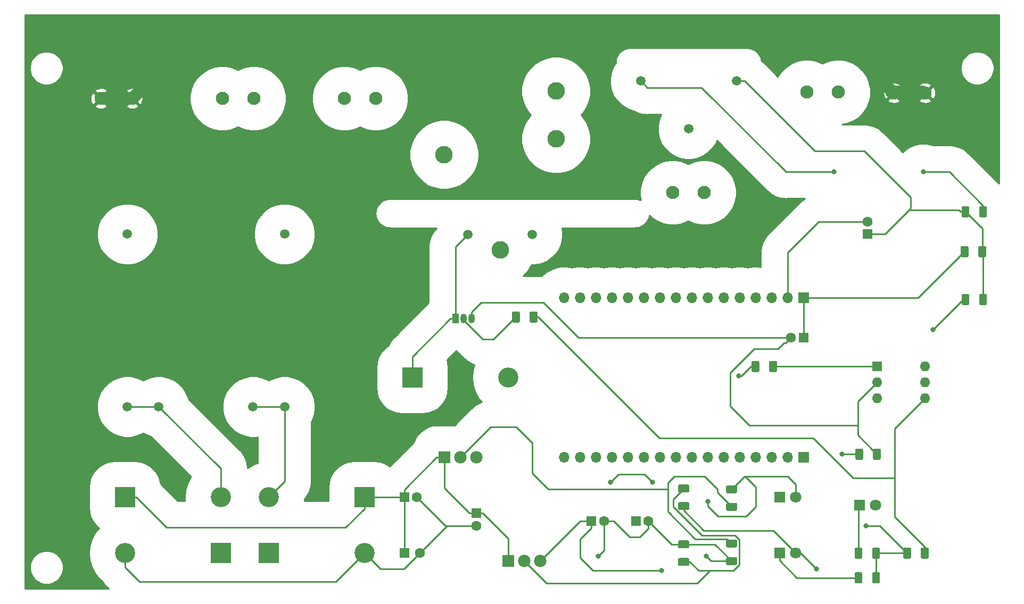
<source format=gbr>
G04 #@! TF.GenerationSoftware,KiCad,Pcbnew,(5.1.4)-1*
G04 #@! TF.CreationDate,2021-06-15T15:34:46+02:00*
G04 #@! TF.ProjectId,IOT SMART SWITCH,494f5420-534d-4415-9254-205357495443,1.0*
G04 #@! TF.SameCoordinates,Original*
G04 #@! TF.FileFunction,Copper,L1,Top*
G04 #@! TF.FilePolarity,Positive*
%FSLAX46Y46*%
G04 Gerber Fmt 4.6, Leading zero omitted, Abs format (unit mm)*
G04 Created by KiCad (PCBNEW (5.1.4)-1) date 2021-06-15 15:34:46*
%MOMM*%
%LPD*%
G04 APERTURE LIST*
%ADD10O,1.700000X1.700000*%
%ADD11R,1.700000X1.700000*%
%ADD12R,1.600000X1.600000*%
%ADD13C,1.600000*%
%ADD14C,1.519000*%
%ADD15C,2.100000*%
%ADD16C,1.500000*%
%ADD17O,3.200000X3.200000*%
%ADD18R,3.200000X3.200000*%
%ADD19C,1.800000*%
%ADD20R,1.800000X1.800000*%
%ADD21C,2.800000*%
%ADD22O,1.050000X1.500000*%
%ADD23R,1.050000X1.500000*%
%ADD24C,0.100000*%
%ADD25C,1.250000*%
%ADD26O,1.600000X1.600000*%
%ADD27C,1.980000*%
%ADD28R,1.980000X1.980000*%
%ADD29C,0.800000*%
%ADD30C,0.250000*%
%ADD31C,2.000000*%
%ADD32C,0.254000*%
G04 APERTURE END LIST*
D10*
X152400000Y-77470000D03*
X154940000Y-77470000D03*
X157480000Y-77470000D03*
X160020000Y-77470000D03*
X162560000Y-77470000D03*
X165100000Y-77470000D03*
X167640000Y-77470000D03*
X170180000Y-77470000D03*
X172720000Y-77470000D03*
X175260000Y-77470000D03*
X177800000Y-77470000D03*
X180340000Y-77470000D03*
X182880000Y-77470000D03*
X185420000Y-77470000D03*
X187960000Y-77470000D03*
D11*
X190500000Y-77470000D03*
D12*
X163830000Y-113030000D03*
D13*
X165830000Y-113030000D03*
D14*
X164592000Y-42926000D03*
X179832000Y-42926000D03*
X172212000Y-50546000D03*
D15*
X169672000Y-60706000D03*
X174672000Y-60706000D03*
D16*
X107950000Y-67310000D03*
X82950000Y-67310000D03*
X82950000Y-94810000D03*
X87950000Y-94810000D03*
X102950000Y-94810000D03*
X107950000Y-94810000D03*
D12*
X127000000Y-118110000D03*
D13*
X129500000Y-118110000D03*
X200660000Y-65310000D03*
D12*
X200660000Y-67310000D03*
D13*
X129000000Y-109220000D03*
D12*
X127000000Y-109220000D03*
X138430000Y-111760000D03*
D13*
X138430000Y-113760000D03*
D12*
X190500000Y-83820000D03*
D13*
X188500000Y-83820000D03*
X158750000Y-113030000D03*
D12*
X156750000Y-113030000D03*
D17*
X143510000Y-90170000D03*
D18*
X128270000Y-90170000D03*
X120650000Y-109220000D03*
D17*
X105410000Y-109220000D03*
X120650000Y-118110000D03*
D18*
X105410000Y-118110000D03*
X82550000Y-109220000D03*
D17*
X97790000Y-109220000D03*
D18*
X97790000Y-118110000D03*
D17*
X82550000Y-118110000D03*
D19*
X201930000Y-110490000D03*
D20*
X199390000Y-110490000D03*
X186690000Y-109220000D03*
D19*
X189230000Y-109220000D03*
D20*
X186690000Y-118110000D03*
D19*
X189230000Y-118110000D03*
D11*
X190500000Y-102870000D03*
D10*
X187960000Y-102870000D03*
X185420000Y-102870000D03*
X182880000Y-102870000D03*
X180340000Y-102870000D03*
X177800000Y-102870000D03*
X175260000Y-102870000D03*
X172720000Y-102870000D03*
X170180000Y-102870000D03*
X167640000Y-102870000D03*
X165100000Y-102870000D03*
X162560000Y-102870000D03*
X160020000Y-102870000D03*
X157480000Y-102870000D03*
X154940000Y-102870000D03*
X152400000Y-102870000D03*
D21*
X142240000Y-69850000D03*
D16*
X147340000Y-67350000D03*
D21*
X151140000Y-52150000D03*
X151140000Y-44550000D03*
X133340000Y-54650000D03*
D16*
X137140000Y-67350000D03*
D22*
X136398000Y-80772000D03*
X137668000Y-80772000D03*
D23*
X135128000Y-80772000D03*
D24*
G36*
X183273504Y-87518204D02*
G01*
X183297773Y-87521804D01*
X183321571Y-87527765D01*
X183344671Y-87536030D01*
X183366849Y-87546520D01*
X183387893Y-87559133D01*
X183407598Y-87573747D01*
X183425777Y-87590223D01*
X183442253Y-87608402D01*
X183456867Y-87628107D01*
X183469480Y-87649151D01*
X183479970Y-87671329D01*
X183488235Y-87694429D01*
X183494196Y-87718227D01*
X183497796Y-87742496D01*
X183499000Y-87767000D01*
X183499000Y-89017000D01*
X183497796Y-89041504D01*
X183494196Y-89065773D01*
X183488235Y-89089571D01*
X183479970Y-89112671D01*
X183469480Y-89134849D01*
X183456867Y-89155893D01*
X183442253Y-89175598D01*
X183425777Y-89193777D01*
X183407598Y-89210253D01*
X183387893Y-89224867D01*
X183366849Y-89237480D01*
X183344671Y-89247970D01*
X183321571Y-89256235D01*
X183297773Y-89262196D01*
X183273504Y-89265796D01*
X183249000Y-89267000D01*
X182499000Y-89267000D01*
X182474496Y-89265796D01*
X182450227Y-89262196D01*
X182426429Y-89256235D01*
X182403329Y-89247970D01*
X182381151Y-89237480D01*
X182360107Y-89224867D01*
X182340402Y-89210253D01*
X182322223Y-89193777D01*
X182305747Y-89175598D01*
X182291133Y-89155893D01*
X182278520Y-89134849D01*
X182268030Y-89112671D01*
X182259765Y-89089571D01*
X182253804Y-89065773D01*
X182250204Y-89041504D01*
X182249000Y-89017000D01*
X182249000Y-87767000D01*
X182250204Y-87742496D01*
X182253804Y-87718227D01*
X182259765Y-87694429D01*
X182268030Y-87671329D01*
X182278520Y-87649151D01*
X182291133Y-87628107D01*
X182305747Y-87608402D01*
X182322223Y-87590223D01*
X182340402Y-87573747D01*
X182360107Y-87559133D01*
X182381151Y-87546520D01*
X182403329Y-87536030D01*
X182426429Y-87527765D01*
X182450227Y-87521804D01*
X182474496Y-87518204D01*
X182499000Y-87517000D01*
X183249000Y-87517000D01*
X183273504Y-87518204D01*
X183273504Y-87518204D01*
G37*
D25*
X182874000Y-88392000D03*
D24*
G36*
X186073504Y-87518204D02*
G01*
X186097773Y-87521804D01*
X186121571Y-87527765D01*
X186144671Y-87536030D01*
X186166849Y-87546520D01*
X186187893Y-87559133D01*
X186207598Y-87573747D01*
X186225777Y-87590223D01*
X186242253Y-87608402D01*
X186256867Y-87628107D01*
X186269480Y-87649151D01*
X186279970Y-87671329D01*
X186288235Y-87694429D01*
X186294196Y-87718227D01*
X186297796Y-87742496D01*
X186299000Y-87767000D01*
X186299000Y-89017000D01*
X186297796Y-89041504D01*
X186294196Y-89065773D01*
X186288235Y-89089571D01*
X186279970Y-89112671D01*
X186269480Y-89134849D01*
X186256867Y-89155893D01*
X186242253Y-89175598D01*
X186225777Y-89193777D01*
X186207598Y-89210253D01*
X186187893Y-89224867D01*
X186166849Y-89237480D01*
X186144671Y-89247970D01*
X186121571Y-89256235D01*
X186097773Y-89262196D01*
X186073504Y-89265796D01*
X186049000Y-89267000D01*
X185299000Y-89267000D01*
X185274496Y-89265796D01*
X185250227Y-89262196D01*
X185226429Y-89256235D01*
X185203329Y-89247970D01*
X185181151Y-89237480D01*
X185160107Y-89224867D01*
X185140402Y-89210253D01*
X185122223Y-89193777D01*
X185105747Y-89175598D01*
X185091133Y-89155893D01*
X185078520Y-89134849D01*
X185068030Y-89112671D01*
X185059765Y-89089571D01*
X185053804Y-89065773D01*
X185050204Y-89041504D01*
X185049000Y-89017000D01*
X185049000Y-87767000D01*
X185050204Y-87742496D01*
X185053804Y-87718227D01*
X185059765Y-87694429D01*
X185068030Y-87671329D01*
X185078520Y-87649151D01*
X185091133Y-87628107D01*
X185105747Y-87608402D01*
X185122223Y-87590223D01*
X185140402Y-87573747D01*
X185160107Y-87559133D01*
X185181151Y-87546520D01*
X185203329Y-87536030D01*
X185226429Y-87527765D01*
X185250227Y-87521804D01*
X185274496Y-87518204D01*
X185299000Y-87517000D01*
X186049000Y-87517000D01*
X186073504Y-87518204D01*
X186073504Y-87518204D01*
G37*
D25*
X185674000Y-88392000D03*
D24*
G36*
X210203504Y-117236204D02*
G01*
X210227773Y-117239804D01*
X210251571Y-117245765D01*
X210274671Y-117254030D01*
X210296849Y-117264520D01*
X210317893Y-117277133D01*
X210337598Y-117291747D01*
X210355777Y-117308223D01*
X210372253Y-117326402D01*
X210386867Y-117346107D01*
X210399480Y-117367151D01*
X210409970Y-117389329D01*
X210418235Y-117412429D01*
X210424196Y-117436227D01*
X210427796Y-117460496D01*
X210429000Y-117485000D01*
X210429000Y-118735000D01*
X210427796Y-118759504D01*
X210424196Y-118783773D01*
X210418235Y-118807571D01*
X210409970Y-118830671D01*
X210399480Y-118852849D01*
X210386867Y-118873893D01*
X210372253Y-118893598D01*
X210355777Y-118911777D01*
X210337598Y-118928253D01*
X210317893Y-118942867D01*
X210296849Y-118955480D01*
X210274671Y-118965970D01*
X210251571Y-118974235D01*
X210227773Y-118980196D01*
X210203504Y-118983796D01*
X210179000Y-118985000D01*
X209429000Y-118985000D01*
X209404496Y-118983796D01*
X209380227Y-118980196D01*
X209356429Y-118974235D01*
X209333329Y-118965970D01*
X209311151Y-118955480D01*
X209290107Y-118942867D01*
X209270402Y-118928253D01*
X209252223Y-118911777D01*
X209235747Y-118893598D01*
X209221133Y-118873893D01*
X209208520Y-118852849D01*
X209198030Y-118830671D01*
X209189765Y-118807571D01*
X209183804Y-118783773D01*
X209180204Y-118759504D01*
X209179000Y-118735000D01*
X209179000Y-117485000D01*
X209180204Y-117460496D01*
X209183804Y-117436227D01*
X209189765Y-117412429D01*
X209198030Y-117389329D01*
X209208520Y-117367151D01*
X209221133Y-117346107D01*
X209235747Y-117326402D01*
X209252223Y-117308223D01*
X209270402Y-117291747D01*
X209290107Y-117277133D01*
X209311151Y-117264520D01*
X209333329Y-117254030D01*
X209356429Y-117245765D01*
X209380227Y-117239804D01*
X209404496Y-117236204D01*
X209429000Y-117235000D01*
X210179000Y-117235000D01*
X210203504Y-117236204D01*
X210203504Y-117236204D01*
G37*
D25*
X209804000Y-118110000D03*
D24*
G36*
X207403504Y-117236204D02*
G01*
X207427773Y-117239804D01*
X207451571Y-117245765D01*
X207474671Y-117254030D01*
X207496849Y-117264520D01*
X207517893Y-117277133D01*
X207537598Y-117291747D01*
X207555777Y-117308223D01*
X207572253Y-117326402D01*
X207586867Y-117346107D01*
X207599480Y-117367151D01*
X207609970Y-117389329D01*
X207618235Y-117412429D01*
X207624196Y-117436227D01*
X207627796Y-117460496D01*
X207629000Y-117485000D01*
X207629000Y-118735000D01*
X207627796Y-118759504D01*
X207624196Y-118783773D01*
X207618235Y-118807571D01*
X207609970Y-118830671D01*
X207599480Y-118852849D01*
X207586867Y-118873893D01*
X207572253Y-118893598D01*
X207555777Y-118911777D01*
X207537598Y-118928253D01*
X207517893Y-118942867D01*
X207496849Y-118955480D01*
X207474671Y-118965970D01*
X207451571Y-118974235D01*
X207427773Y-118980196D01*
X207403504Y-118983796D01*
X207379000Y-118985000D01*
X206629000Y-118985000D01*
X206604496Y-118983796D01*
X206580227Y-118980196D01*
X206556429Y-118974235D01*
X206533329Y-118965970D01*
X206511151Y-118955480D01*
X206490107Y-118942867D01*
X206470402Y-118928253D01*
X206452223Y-118911777D01*
X206435747Y-118893598D01*
X206421133Y-118873893D01*
X206408520Y-118852849D01*
X206398030Y-118830671D01*
X206389765Y-118807571D01*
X206383804Y-118783773D01*
X206380204Y-118759504D01*
X206379000Y-118735000D01*
X206379000Y-117485000D01*
X206380204Y-117460496D01*
X206383804Y-117436227D01*
X206389765Y-117412429D01*
X206398030Y-117389329D01*
X206408520Y-117367151D01*
X206421133Y-117346107D01*
X206435747Y-117326402D01*
X206452223Y-117308223D01*
X206470402Y-117291747D01*
X206490107Y-117277133D01*
X206511151Y-117264520D01*
X206533329Y-117254030D01*
X206556429Y-117245765D01*
X206580227Y-117239804D01*
X206604496Y-117236204D01*
X206629000Y-117235000D01*
X207379000Y-117235000D01*
X207403504Y-117236204D01*
X207403504Y-117236204D01*
G37*
D25*
X207004000Y-118110000D03*
D24*
G36*
X147973504Y-79644204D02*
G01*
X147997773Y-79647804D01*
X148021571Y-79653765D01*
X148044671Y-79662030D01*
X148066849Y-79672520D01*
X148087893Y-79685133D01*
X148107598Y-79699747D01*
X148125777Y-79716223D01*
X148142253Y-79734402D01*
X148156867Y-79754107D01*
X148169480Y-79775151D01*
X148179970Y-79797329D01*
X148188235Y-79820429D01*
X148194196Y-79844227D01*
X148197796Y-79868496D01*
X148199000Y-79893000D01*
X148199000Y-81143000D01*
X148197796Y-81167504D01*
X148194196Y-81191773D01*
X148188235Y-81215571D01*
X148179970Y-81238671D01*
X148169480Y-81260849D01*
X148156867Y-81281893D01*
X148142253Y-81301598D01*
X148125777Y-81319777D01*
X148107598Y-81336253D01*
X148087893Y-81350867D01*
X148066849Y-81363480D01*
X148044671Y-81373970D01*
X148021571Y-81382235D01*
X147997773Y-81388196D01*
X147973504Y-81391796D01*
X147949000Y-81393000D01*
X147199000Y-81393000D01*
X147174496Y-81391796D01*
X147150227Y-81388196D01*
X147126429Y-81382235D01*
X147103329Y-81373970D01*
X147081151Y-81363480D01*
X147060107Y-81350867D01*
X147040402Y-81336253D01*
X147022223Y-81319777D01*
X147005747Y-81301598D01*
X146991133Y-81281893D01*
X146978520Y-81260849D01*
X146968030Y-81238671D01*
X146959765Y-81215571D01*
X146953804Y-81191773D01*
X146950204Y-81167504D01*
X146949000Y-81143000D01*
X146949000Y-79893000D01*
X146950204Y-79868496D01*
X146953804Y-79844227D01*
X146959765Y-79820429D01*
X146968030Y-79797329D01*
X146978520Y-79775151D01*
X146991133Y-79754107D01*
X147005747Y-79734402D01*
X147022223Y-79716223D01*
X147040402Y-79699747D01*
X147060107Y-79685133D01*
X147081151Y-79672520D01*
X147103329Y-79662030D01*
X147126429Y-79653765D01*
X147150227Y-79647804D01*
X147174496Y-79644204D01*
X147199000Y-79643000D01*
X147949000Y-79643000D01*
X147973504Y-79644204D01*
X147973504Y-79644204D01*
G37*
D25*
X147574000Y-80518000D03*
D24*
G36*
X145173504Y-79644204D02*
G01*
X145197773Y-79647804D01*
X145221571Y-79653765D01*
X145244671Y-79662030D01*
X145266849Y-79672520D01*
X145287893Y-79685133D01*
X145307598Y-79699747D01*
X145325777Y-79716223D01*
X145342253Y-79734402D01*
X145356867Y-79754107D01*
X145369480Y-79775151D01*
X145379970Y-79797329D01*
X145388235Y-79820429D01*
X145394196Y-79844227D01*
X145397796Y-79868496D01*
X145399000Y-79893000D01*
X145399000Y-81143000D01*
X145397796Y-81167504D01*
X145394196Y-81191773D01*
X145388235Y-81215571D01*
X145379970Y-81238671D01*
X145369480Y-81260849D01*
X145356867Y-81281893D01*
X145342253Y-81301598D01*
X145325777Y-81319777D01*
X145307598Y-81336253D01*
X145287893Y-81350867D01*
X145266849Y-81363480D01*
X145244671Y-81373970D01*
X145221571Y-81382235D01*
X145197773Y-81388196D01*
X145173504Y-81391796D01*
X145149000Y-81393000D01*
X144399000Y-81393000D01*
X144374496Y-81391796D01*
X144350227Y-81388196D01*
X144326429Y-81382235D01*
X144303329Y-81373970D01*
X144281151Y-81363480D01*
X144260107Y-81350867D01*
X144240402Y-81336253D01*
X144222223Y-81319777D01*
X144205747Y-81301598D01*
X144191133Y-81281893D01*
X144178520Y-81260849D01*
X144168030Y-81238671D01*
X144159765Y-81215571D01*
X144153804Y-81191773D01*
X144150204Y-81167504D01*
X144149000Y-81143000D01*
X144149000Y-79893000D01*
X144150204Y-79868496D01*
X144153804Y-79844227D01*
X144159765Y-79820429D01*
X144168030Y-79797329D01*
X144178520Y-79775151D01*
X144191133Y-79754107D01*
X144205747Y-79734402D01*
X144222223Y-79716223D01*
X144240402Y-79699747D01*
X144260107Y-79685133D01*
X144281151Y-79672520D01*
X144303329Y-79662030D01*
X144326429Y-79653765D01*
X144350227Y-79647804D01*
X144374496Y-79644204D01*
X144399000Y-79643000D01*
X145149000Y-79643000D01*
X145173504Y-79644204D01*
X145173504Y-79644204D01*
G37*
D25*
X144774000Y-80518000D03*
D24*
G36*
X219477504Y-62880204D02*
G01*
X219501773Y-62883804D01*
X219525571Y-62889765D01*
X219548671Y-62898030D01*
X219570849Y-62908520D01*
X219591893Y-62921133D01*
X219611598Y-62935747D01*
X219629777Y-62952223D01*
X219646253Y-62970402D01*
X219660867Y-62990107D01*
X219673480Y-63011151D01*
X219683970Y-63033329D01*
X219692235Y-63056429D01*
X219698196Y-63080227D01*
X219701796Y-63104496D01*
X219703000Y-63129000D01*
X219703000Y-64379000D01*
X219701796Y-64403504D01*
X219698196Y-64427773D01*
X219692235Y-64451571D01*
X219683970Y-64474671D01*
X219673480Y-64496849D01*
X219660867Y-64517893D01*
X219646253Y-64537598D01*
X219629777Y-64555777D01*
X219611598Y-64572253D01*
X219591893Y-64586867D01*
X219570849Y-64599480D01*
X219548671Y-64609970D01*
X219525571Y-64618235D01*
X219501773Y-64624196D01*
X219477504Y-64627796D01*
X219453000Y-64629000D01*
X218703000Y-64629000D01*
X218678496Y-64627796D01*
X218654227Y-64624196D01*
X218630429Y-64618235D01*
X218607329Y-64609970D01*
X218585151Y-64599480D01*
X218564107Y-64586867D01*
X218544402Y-64572253D01*
X218526223Y-64555777D01*
X218509747Y-64537598D01*
X218495133Y-64517893D01*
X218482520Y-64496849D01*
X218472030Y-64474671D01*
X218463765Y-64451571D01*
X218457804Y-64427773D01*
X218454204Y-64403504D01*
X218453000Y-64379000D01*
X218453000Y-63129000D01*
X218454204Y-63104496D01*
X218457804Y-63080227D01*
X218463765Y-63056429D01*
X218472030Y-63033329D01*
X218482520Y-63011151D01*
X218495133Y-62990107D01*
X218509747Y-62970402D01*
X218526223Y-62952223D01*
X218544402Y-62935747D01*
X218564107Y-62921133D01*
X218585151Y-62908520D01*
X218607329Y-62898030D01*
X218630429Y-62889765D01*
X218654227Y-62883804D01*
X218678496Y-62880204D01*
X218703000Y-62879000D01*
X219453000Y-62879000D01*
X219477504Y-62880204D01*
X219477504Y-62880204D01*
G37*
D25*
X219078000Y-63754000D03*
D24*
G36*
X216677504Y-62880204D02*
G01*
X216701773Y-62883804D01*
X216725571Y-62889765D01*
X216748671Y-62898030D01*
X216770849Y-62908520D01*
X216791893Y-62921133D01*
X216811598Y-62935747D01*
X216829777Y-62952223D01*
X216846253Y-62970402D01*
X216860867Y-62990107D01*
X216873480Y-63011151D01*
X216883970Y-63033329D01*
X216892235Y-63056429D01*
X216898196Y-63080227D01*
X216901796Y-63104496D01*
X216903000Y-63129000D01*
X216903000Y-64379000D01*
X216901796Y-64403504D01*
X216898196Y-64427773D01*
X216892235Y-64451571D01*
X216883970Y-64474671D01*
X216873480Y-64496849D01*
X216860867Y-64517893D01*
X216846253Y-64537598D01*
X216829777Y-64555777D01*
X216811598Y-64572253D01*
X216791893Y-64586867D01*
X216770849Y-64599480D01*
X216748671Y-64609970D01*
X216725571Y-64618235D01*
X216701773Y-64624196D01*
X216677504Y-64627796D01*
X216653000Y-64629000D01*
X215903000Y-64629000D01*
X215878496Y-64627796D01*
X215854227Y-64624196D01*
X215830429Y-64618235D01*
X215807329Y-64609970D01*
X215785151Y-64599480D01*
X215764107Y-64586867D01*
X215744402Y-64572253D01*
X215726223Y-64555777D01*
X215709747Y-64537598D01*
X215695133Y-64517893D01*
X215682520Y-64496849D01*
X215672030Y-64474671D01*
X215663765Y-64451571D01*
X215657804Y-64427773D01*
X215654204Y-64403504D01*
X215653000Y-64379000D01*
X215653000Y-63129000D01*
X215654204Y-63104496D01*
X215657804Y-63080227D01*
X215663765Y-63056429D01*
X215672030Y-63033329D01*
X215682520Y-63011151D01*
X215695133Y-62990107D01*
X215709747Y-62970402D01*
X215726223Y-62952223D01*
X215744402Y-62935747D01*
X215764107Y-62921133D01*
X215785151Y-62908520D01*
X215807329Y-62898030D01*
X215830429Y-62889765D01*
X215854227Y-62883804D01*
X215878496Y-62880204D01*
X215903000Y-62879000D01*
X216653000Y-62879000D01*
X216677504Y-62880204D01*
X216677504Y-62880204D01*
G37*
D25*
X216278000Y-63754000D03*
D24*
G36*
X216547504Y-69230204D02*
G01*
X216571773Y-69233804D01*
X216595571Y-69239765D01*
X216618671Y-69248030D01*
X216640849Y-69258520D01*
X216661893Y-69271133D01*
X216681598Y-69285747D01*
X216699777Y-69302223D01*
X216716253Y-69320402D01*
X216730867Y-69340107D01*
X216743480Y-69361151D01*
X216753970Y-69383329D01*
X216762235Y-69406429D01*
X216768196Y-69430227D01*
X216771796Y-69454496D01*
X216773000Y-69479000D01*
X216773000Y-70729000D01*
X216771796Y-70753504D01*
X216768196Y-70777773D01*
X216762235Y-70801571D01*
X216753970Y-70824671D01*
X216743480Y-70846849D01*
X216730867Y-70867893D01*
X216716253Y-70887598D01*
X216699777Y-70905777D01*
X216681598Y-70922253D01*
X216661893Y-70936867D01*
X216640849Y-70949480D01*
X216618671Y-70959970D01*
X216595571Y-70968235D01*
X216571773Y-70974196D01*
X216547504Y-70977796D01*
X216523000Y-70979000D01*
X215773000Y-70979000D01*
X215748496Y-70977796D01*
X215724227Y-70974196D01*
X215700429Y-70968235D01*
X215677329Y-70959970D01*
X215655151Y-70949480D01*
X215634107Y-70936867D01*
X215614402Y-70922253D01*
X215596223Y-70905777D01*
X215579747Y-70887598D01*
X215565133Y-70867893D01*
X215552520Y-70846849D01*
X215542030Y-70824671D01*
X215533765Y-70801571D01*
X215527804Y-70777773D01*
X215524204Y-70753504D01*
X215523000Y-70729000D01*
X215523000Y-69479000D01*
X215524204Y-69454496D01*
X215527804Y-69430227D01*
X215533765Y-69406429D01*
X215542030Y-69383329D01*
X215552520Y-69361151D01*
X215565133Y-69340107D01*
X215579747Y-69320402D01*
X215596223Y-69302223D01*
X215614402Y-69285747D01*
X215634107Y-69271133D01*
X215655151Y-69258520D01*
X215677329Y-69248030D01*
X215700429Y-69239765D01*
X215724227Y-69233804D01*
X215748496Y-69230204D01*
X215773000Y-69229000D01*
X216523000Y-69229000D01*
X216547504Y-69230204D01*
X216547504Y-69230204D01*
G37*
D25*
X216148000Y-70104000D03*
D24*
G36*
X219347504Y-69230204D02*
G01*
X219371773Y-69233804D01*
X219395571Y-69239765D01*
X219418671Y-69248030D01*
X219440849Y-69258520D01*
X219461893Y-69271133D01*
X219481598Y-69285747D01*
X219499777Y-69302223D01*
X219516253Y-69320402D01*
X219530867Y-69340107D01*
X219543480Y-69361151D01*
X219553970Y-69383329D01*
X219562235Y-69406429D01*
X219568196Y-69430227D01*
X219571796Y-69454496D01*
X219573000Y-69479000D01*
X219573000Y-70729000D01*
X219571796Y-70753504D01*
X219568196Y-70777773D01*
X219562235Y-70801571D01*
X219553970Y-70824671D01*
X219543480Y-70846849D01*
X219530867Y-70867893D01*
X219516253Y-70887598D01*
X219499777Y-70905777D01*
X219481598Y-70922253D01*
X219461893Y-70936867D01*
X219440849Y-70949480D01*
X219418671Y-70959970D01*
X219395571Y-70968235D01*
X219371773Y-70974196D01*
X219347504Y-70977796D01*
X219323000Y-70979000D01*
X218573000Y-70979000D01*
X218548496Y-70977796D01*
X218524227Y-70974196D01*
X218500429Y-70968235D01*
X218477329Y-70959970D01*
X218455151Y-70949480D01*
X218434107Y-70936867D01*
X218414402Y-70922253D01*
X218396223Y-70905777D01*
X218379747Y-70887598D01*
X218365133Y-70867893D01*
X218352520Y-70846849D01*
X218342030Y-70824671D01*
X218333765Y-70801571D01*
X218327804Y-70777773D01*
X218324204Y-70753504D01*
X218323000Y-70729000D01*
X218323000Y-69479000D01*
X218324204Y-69454496D01*
X218327804Y-69430227D01*
X218333765Y-69406429D01*
X218342030Y-69383329D01*
X218352520Y-69361151D01*
X218365133Y-69340107D01*
X218379747Y-69320402D01*
X218396223Y-69302223D01*
X218414402Y-69285747D01*
X218434107Y-69271133D01*
X218455151Y-69258520D01*
X218477329Y-69248030D01*
X218500429Y-69239765D01*
X218524227Y-69233804D01*
X218548496Y-69230204D01*
X218573000Y-69229000D01*
X219323000Y-69229000D01*
X219347504Y-69230204D01*
X219347504Y-69230204D01*
G37*
D25*
X218948000Y-70104000D03*
D24*
G36*
X216677504Y-76850204D02*
G01*
X216701773Y-76853804D01*
X216725571Y-76859765D01*
X216748671Y-76868030D01*
X216770849Y-76878520D01*
X216791893Y-76891133D01*
X216811598Y-76905747D01*
X216829777Y-76922223D01*
X216846253Y-76940402D01*
X216860867Y-76960107D01*
X216873480Y-76981151D01*
X216883970Y-77003329D01*
X216892235Y-77026429D01*
X216898196Y-77050227D01*
X216901796Y-77074496D01*
X216903000Y-77099000D01*
X216903000Y-78349000D01*
X216901796Y-78373504D01*
X216898196Y-78397773D01*
X216892235Y-78421571D01*
X216883970Y-78444671D01*
X216873480Y-78466849D01*
X216860867Y-78487893D01*
X216846253Y-78507598D01*
X216829777Y-78525777D01*
X216811598Y-78542253D01*
X216791893Y-78556867D01*
X216770849Y-78569480D01*
X216748671Y-78579970D01*
X216725571Y-78588235D01*
X216701773Y-78594196D01*
X216677504Y-78597796D01*
X216653000Y-78599000D01*
X215903000Y-78599000D01*
X215878496Y-78597796D01*
X215854227Y-78594196D01*
X215830429Y-78588235D01*
X215807329Y-78579970D01*
X215785151Y-78569480D01*
X215764107Y-78556867D01*
X215744402Y-78542253D01*
X215726223Y-78525777D01*
X215709747Y-78507598D01*
X215695133Y-78487893D01*
X215682520Y-78466849D01*
X215672030Y-78444671D01*
X215663765Y-78421571D01*
X215657804Y-78397773D01*
X215654204Y-78373504D01*
X215653000Y-78349000D01*
X215653000Y-77099000D01*
X215654204Y-77074496D01*
X215657804Y-77050227D01*
X215663765Y-77026429D01*
X215672030Y-77003329D01*
X215682520Y-76981151D01*
X215695133Y-76960107D01*
X215709747Y-76940402D01*
X215726223Y-76922223D01*
X215744402Y-76905747D01*
X215764107Y-76891133D01*
X215785151Y-76878520D01*
X215807329Y-76868030D01*
X215830429Y-76859765D01*
X215854227Y-76853804D01*
X215878496Y-76850204D01*
X215903000Y-76849000D01*
X216653000Y-76849000D01*
X216677504Y-76850204D01*
X216677504Y-76850204D01*
G37*
D25*
X216278000Y-77724000D03*
D24*
G36*
X219477504Y-76850204D02*
G01*
X219501773Y-76853804D01*
X219525571Y-76859765D01*
X219548671Y-76868030D01*
X219570849Y-76878520D01*
X219591893Y-76891133D01*
X219611598Y-76905747D01*
X219629777Y-76922223D01*
X219646253Y-76940402D01*
X219660867Y-76960107D01*
X219673480Y-76981151D01*
X219683970Y-77003329D01*
X219692235Y-77026429D01*
X219698196Y-77050227D01*
X219701796Y-77074496D01*
X219703000Y-77099000D01*
X219703000Y-78349000D01*
X219701796Y-78373504D01*
X219698196Y-78397773D01*
X219692235Y-78421571D01*
X219683970Y-78444671D01*
X219673480Y-78466849D01*
X219660867Y-78487893D01*
X219646253Y-78507598D01*
X219629777Y-78525777D01*
X219611598Y-78542253D01*
X219591893Y-78556867D01*
X219570849Y-78569480D01*
X219548671Y-78579970D01*
X219525571Y-78588235D01*
X219501773Y-78594196D01*
X219477504Y-78597796D01*
X219453000Y-78599000D01*
X218703000Y-78599000D01*
X218678496Y-78597796D01*
X218654227Y-78594196D01*
X218630429Y-78588235D01*
X218607329Y-78579970D01*
X218585151Y-78569480D01*
X218564107Y-78556867D01*
X218544402Y-78542253D01*
X218526223Y-78525777D01*
X218509747Y-78507598D01*
X218495133Y-78487893D01*
X218482520Y-78466849D01*
X218472030Y-78444671D01*
X218463765Y-78421571D01*
X218457804Y-78397773D01*
X218454204Y-78373504D01*
X218453000Y-78349000D01*
X218453000Y-77099000D01*
X218454204Y-77074496D01*
X218457804Y-77050227D01*
X218463765Y-77026429D01*
X218472030Y-77003329D01*
X218482520Y-76981151D01*
X218495133Y-76960107D01*
X218509747Y-76940402D01*
X218526223Y-76922223D01*
X218544402Y-76905747D01*
X218564107Y-76891133D01*
X218585151Y-76878520D01*
X218607329Y-76868030D01*
X218630429Y-76859765D01*
X218654227Y-76853804D01*
X218678496Y-76850204D01*
X218703000Y-76849000D01*
X219453000Y-76849000D01*
X219477504Y-76850204D01*
X219477504Y-76850204D01*
G37*
D25*
X219078000Y-77724000D03*
D24*
G36*
X199659504Y-117236204D02*
G01*
X199683773Y-117239804D01*
X199707571Y-117245765D01*
X199730671Y-117254030D01*
X199752849Y-117264520D01*
X199773893Y-117277133D01*
X199793598Y-117291747D01*
X199811777Y-117308223D01*
X199828253Y-117326402D01*
X199842867Y-117346107D01*
X199855480Y-117367151D01*
X199865970Y-117389329D01*
X199874235Y-117412429D01*
X199880196Y-117436227D01*
X199883796Y-117460496D01*
X199885000Y-117485000D01*
X199885000Y-118735000D01*
X199883796Y-118759504D01*
X199880196Y-118783773D01*
X199874235Y-118807571D01*
X199865970Y-118830671D01*
X199855480Y-118852849D01*
X199842867Y-118873893D01*
X199828253Y-118893598D01*
X199811777Y-118911777D01*
X199793598Y-118928253D01*
X199773893Y-118942867D01*
X199752849Y-118955480D01*
X199730671Y-118965970D01*
X199707571Y-118974235D01*
X199683773Y-118980196D01*
X199659504Y-118983796D01*
X199635000Y-118985000D01*
X198885000Y-118985000D01*
X198860496Y-118983796D01*
X198836227Y-118980196D01*
X198812429Y-118974235D01*
X198789329Y-118965970D01*
X198767151Y-118955480D01*
X198746107Y-118942867D01*
X198726402Y-118928253D01*
X198708223Y-118911777D01*
X198691747Y-118893598D01*
X198677133Y-118873893D01*
X198664520Y-118852849D01*
X198654030Y-118830671D01*
X198645765Y-118807571D01*
X198639804Y-118783773D01*
X198636204Y-118759504D01*
X198635000Y-118735000D01*
X198635000Y-117485000D01*
X198636204Y-117460496D01*
X198639804Y-117436227D01*
X198645765Y-117412429D01*
X198654030Y-117389329D01*
X198664520Y-117367151D01*
X198677133Y-117346107D01*
X198691747Y-117326402D01*
X198708223Y-117308223D01*
X198726402Y-117291747D01*
X198746107Y-117277133D01*
X198767151Y-117264520D01*
X198789329Y-117254030D01*
X198812429Y-117245765D01*
X198836227Y-117239804D01*
X198860496Y-117236204D01*
X198885000Y-117235000D01*
X199635000Y-117235000D01*
X199659504Y-117236204D01*
X199659504Y-117236204D01*
G37*
D25*
X199260000Y-118110000D03*
D24*
G36*
X202459504Y-117236204D02*
G01*
X202483773Y-117239804D01*
X202507571Y-117245765D01*
X202530671Y-117254030D01*
X202552849Y-117264520D01*
X202573893Y-117277133D01*
X202593598Y-117291747D01*
X202611777Y-117308223D01*
X202628253Y-117326402D01*
X202642867Y-117346107D01*
X202655480Y-117367151D01*
X202665970Y-117389329D01*
X202674235Y-117412429D01*
X202680196Y-117436227D01*
X202683796Y-117460496D01*
X202685000Y-117485000D01*
X202685000Y-118735000D01*
X202683796Y-118759504D01*
X202680196Y-118783773D01*
X202674235Y-118807571D01*
X202665970Y-118830671D01*
X202655480Y-118852849D01*
X202642867Y-118873893D01*
X202628253Y-118893598D01*
X202611777Y-118911777D01*
X202593598Y-118928253D01*
X202573893Y-118942867D01*
X202552849Y-118955480D01*
X202530671Y-118965970D01*
X202507571Y-118974235D01*
X202483773Y-118980196D01*
X202459504Y-118983796D01*
X202435000Y-118985000D01*
X201685000Y-118985000D01*
X201660496Y-118983796D01*
X201636227Y-118980196D01*
X201612429Y-118974235D01*
X201589329Y-118965970D01*
X201567151Y-118955480D01*
X201546107Y-118942867D01*
X201526402Y-118928253D01*
X201508223Y-118911777D01*
X201491747Y-118893598D01*
X201477133Y-118873893D01*
X201464520Y-118852849D01*
X201454030Y-118830671D01*
X201445765Y-118807571D01*
X201439804Y-118783773D01*
X201436204Y-118759504D01*
X201435000Y-118735000D01*
X201435000Y-117485000D01*
X201436204Y-117460496D01*
X201439804Y-117436227D01*
X201445765Y-117412429D01*
X201454030Y-117389329D01*
X201464520Y-117367151D01*
X201477133Y-117346107D01*
X201491747Y-117326402D01*
X201508223Y-117308223D01*
X201526402Y-117291747D01*
X201546107Y-117277133D01*
X201567151Y-117264520D01*
X201589329Y-117254030D01*
X201612429Y-117245765D01*
X201636227Y-117239804D01*
X201660496Y-117236204D01*
X201685000Y-117235000D01*
X202435000Y-117235000D01*
X202459504Y-117236204D01*
X202459504Y-117236204D01*
G37*
D25*
X202060000Y-118110000D03*
D24*
G36*
X179719504Y-107326204D02*
G01*
X179743773Y-107329804D01*
X179767571Y-107335765D01*
X179790671Y-107344030D01*
X179812849Y-107354520D01*
X179833893Y-107367133D01*
X179853598Y-107381747D01*
X179871777Y-107398223D01*
X179888253Y-107416402D01*
X179902867Y-107436107D01*
X179915480Y-107457151D01*
X179925970Y-107479329D01*
X179934235Y-107502429D01*
X179940196Y-107526227D01*
X179943796Y-107550496D01*
X179945000Y-107575000D01*
X179945000Y-108325000D01*
X179943796Y-108349504D01*
X179940196Y-108373773D01*
X179934235Y-108397571D01*
X179925970Y-108420671D01*
X179915480Y-108442849D01*
X179902867Y-108463893D01*
X179888253Y-108483598D01*
X179871777Y-108501777D01*
X179853598Y-108518253D01*
X179833893Y-108532867D01*
X179812849Y-108545480D01*
X179790671Y-108555970D01*
X179767571Y-108564235D01*
X179743773Y-108570196D01*
X179719504Y-108573796D01*
X179695000Y-108575000D01*
X178445000Y-108575000D01*
X178420496Y-108573796D01*
X178396227Y-108570196D01*
X178372429Y-108564235D01*
X178349329Y-108555970D01*
X178327151Y-108545480D01*
X178306107Y-108532867D01*
X178286402Y-108518253D01*
X178268223Y-108501777D01*
X178251747Y-108483598D01*
X178237133Y-108463893D01*
X178224520Y-108442849D01*
X178214030Y-108420671D01*
X178205765Y-108397571D01*
X178199804Y-108373773D01*
X178196204Y-108349504D01*
X178195000Y-108325000D01*
X178195000Y-107575000D01*
X178196204Y-107550496D01*
X178199804Y-107526227D01*
X178205765Y-107502429D01*
X178214030Y-107479329D01*
X178224520Y-107457151D01*
X178237133Y-107436107D01*
X178251747Y-107416402D01*
X178268223Y-107398223D01*
X178286402Y-107381747D01*
X178306107Y-107367133D01*
X178327151Y-107354520D01*
X178349329Y-107344030D01*
X178372429Y-107335765D01*
X178396227Y-107329804D01*
X178420496Y-107326204D01*
X178445000Y-107325000D01*
X179695000Y-107325000D01*
X179719504Y-107326204D01*
X179719504Y-107326204D01*
G37*
D25*
X179070000Y-107950000D03*
D24*
G36*
X179719504Y-110126204D02*
G01*
X179743773Y-110129804D01*
X179767571Y-110135765D01*
X179790671Y-110144030D01*
X179812849Y-110154520D01*
X179833893Y-110167133D01*
X179853598Y-110181747D01*
X179871777Y-110198223D01*
X179888253Y-110216402D01*
X179902867Y-110236107D01*
X179915480Y-110257151D01*
X179925970Y-110279329D01*
X179934235Y-110302429D01*
X179940196Y-110326227D01*
X179943796Y-110350496D01*
X179945000Y-110375000D01*
X179945000Y-111125000D01*
X179943796Y-111149504D01*
X179940196Y-111173773D01*
X179934235Y-111197571D01*
X179925970Y-111220671D01*
X179915480Y-111242849D01*
X179902867Y-111263893D01*
X179888253Y-111283598D01*
X179871777Y-111301777D01*
X179853598Y-111318253D01*
X179833893Y-111332867D01*
X179812849Y-111345480D01*
X179790671Y-111355970D01*
X179767571Y-111364235D01*
X179743773Y-111370196D01*
X179719504Y-111373796D01*
X179695000Y-111375000D01*
X178445000Y-111375000D01*
X178420496Y-111373796D01*
X178396227Y-111370196D01*
X178372429Y-111364235D01*
X178349329Y-111355970D01*
X178327151Y-111345480D01*
X178306107Y-111332867D01*
X178286402Y-111318253D01*
X178268223Y-111301777D01*
X178251747Y-111283598D01*
X178237133Y-111263893D01*
X178224520Y-111242849D01*
X178214030Y-111220671D01*
X178205765Y-111197571D01*
X178199804Y-111173773D01*
X178196204Y-111149504D01*
X178195000Y-111125000D01*
X178195000Y-110375000D01*
X178196204Y-110350496D01*
X178199804Y-110326227D01*
X178205765Y-110302429D01*
X178214030Y-110279329D01*
X178224520Y-110257151D01*
X178237133Y-110236107D01*
X178251747Y-110216402D01*
X178268223Y-110198223D01*
X178286402Y-110181747D01*
X178306107Y-110167133D01*
X178327151Y-110154520D01*
X178349329Y-110144030D01*
X178372429Y-110135765D01*
X178396227Y-110129804D01*
X178420496Y-110126204D01*
X178445000Y-110125000D01*
X179695000Y-110125000D01*
X179719504Y-110126204D01*
X179719504Y-110126204D01*
G37*
D25*
X179070000Y-110750000D03*
D24*
G36*
X179719504Y-118756204D02*
G01*
X179743773Y-118759804D01*
X179767571Y-118765765D01*
X179790671Y-118774030D01*
X179812849Y-118784520D01*
X179833893Y-118797133D01*
X179853598Y-118811747D01*
X179871777Y-118828223D01*
X179888253Y-118846402D01*
X179902867Y-118866107D01*
X179915480Y-118887151D01*
X179925970Y-118909329D01*
X179934235Y-118932429D01*
X179940196Y-118956227D01*
X179943796Y-118980496D01*
X179945000Y-119005000D01*
X179945000Y-119755000D01*
X179943796Y-119779504D01*
X179940196Y-119803773D01*
X179934235Y-119827571D01*
X179925970Y-119850671D01*
X179915480Y-119872849D01*
X179902867Y-119893893D01*
X179888253Y-119913598D01*
X179871777Y-119931777D01*
X179853598Y-119948253D01*
X179833893Y-119962867D01*
X179812849Y-119975480D01*
X179790671Y-119985970D01*
X179767571Y-119994235D01*
X179743773Y-120000196D01*
X179719504Y-120003796D01*
X179695000Y-120005000D01*
X178445000Y-120005000D01*
X178420496Y-120003796D01*
X178396227Y-120000196D01*
X178372429Y-119994235D01*
X178349329Y-119985970D01*
X178327151Y-119975480D01*
X178306107Y-119962867D01*
X178286402Y-119948253D01*
X178268223Y-119931777D01*
X178251747Y-119913598D01*
X178237133Y-119893893D01*
X178224520Y-119872849D01*
X178214030Y-119850671D01*
X178205765Y-119827571D01*
X178199804Y-119803773D01*
X178196204Y-119779504D01*
X178195000Y-119755000D01*
X178195000Y-119005000D01*
X178196204Y-118980496D01*
X178199804Y-118956227D01*
X178205765Y-118932429D01*
X178214030Y-118909329D01*
X178224520Y-118887151D01*
X178237133Y-118866107D01*
X178251747Y-118846402D01*
X178268223Y-118828223D01*
X178286402Y-118811747D01*
X178306107Y-118797133D01*
X178327151Y-118784520D01*
X178349329Y-118774030D01*
X178372429Y-118765765D01*
X178396227Y-118759804D01*
X178420496Y-118756204D01*
X178445000Y-118755000D01*
X179695000Y-118755000D01*
X179719504Y-118756204D01*
X179719504Y-118756204D01*
G37*
D25*
X179070000Y-119380000D03*
D24*
G36*
X179719504Y-115956204D02*
G01*
X179743773Y-115959804D01*
X179767571Y-115965765D01*
X179790671Y-115974030D01*
X179812849Y-115984520D01*
X179833893Y-115997133D01*
X179853598Y-116011747D01*
X179871777Y-116028223D01*
X179888253Y-116046402D01*
X179902867Y-116066107D01*
X179915480Y-116087151D01*
X179925970Y-116109329D01*
X179934235Y-116132429D01*
X179940196Y-116156227D01*
X179943796Y-116180496D01*
X179945000Y-116205000D01*
X179945000Y-116955000D01*
X179943796Y-116979504D01*
X179940196Y-117003773D01*
X179934235Y-117027571D01*
X179925970Y-117050671D01*
X179915480Y-117072849D01*
X179902867Y-117093893D01*
X179888253Y-117113598D01*
X179871777Y-117131777D01*
X179853598Y-117148253D01*
X179833893Y-117162867D01*
X179812849Y-117175480D01*
X179790671Y-117185970D01*
X179767571Y-117194235D01*
X179743773Y-117200196D01*
X179719504Y-117203796D01*
X179695000Y-117205000D01*
X178445000Y-117205000D01*
X178420496Y-117203796D01*
X178396227Y-117200196D01*
X178372429Y-117194235D01*
X178349329Y-117185970D01*
X178327151Y-117175480D01*
X178306107Y-117162867D01*
X178286402Y-117148253D01*
X178268223Y-117131777D01*
X178251747Y-117113598D01*
X178237133Y-117093893D01*
X178224520Y-117072849D01*
X178214030Y-117050671D01*
X178205765Y-117027571D01*
X178199804Y-117003773D01*
X178196204Y-116979504D01*
X178195000Y-116955000D01*
X178195000Y-116205000D01*
X178196204Y-116180496D01*
X178199804Y-116156227D01*
X178205765Y-116132429D01*
X178214030Y-116109329D01*
X178224520Y-116087151D01*
X178237133Y-116066107D01*
X178251747Y-116046402D01*
X178268223Y-116028223D01*
X178286402Y-116011747D01*
X178306107Y-115997133D01*
X178327151Y-115984520D01*
X178349329Y-115974030D01*
X178372429Y-115965765D01*
X178396227Y-115959804D01*
X178420496Y-115956204D01*
X178445000Y-115955000D01*
X179695000Y-115955000D01*
X179719504Y-115956204D01*
X179719504Y-115956204D01*
G37*
D25*
X179070000Y-116580000D03*
D24*
G36*
X172099504Y-109996204D02*
G01*
X172123773Y-109999804D01*
X172147571Y-110005765D01*
X172170671Y-110014030D01*
X172192849Y-110024520D01*
X172213893Y-110037133D01*
X172233598Y-110051747D01*
X172251777Y-110068223D01*
X172268253Y-110086402D01*
X172282867Y-110106107D01*
X172295480Y-110127151D01*
X172305970Y-110149329D01*
X172314235Y-110172429D01*
X172320196Y-110196227D01*
X172323796Y-110220496D01*
X172325000Y-110245000D01*
X172325000Y-110995000D01*
X172323796Y-111019504D01*
X172320196Y-111043773D01*
X172314235Y-111067571D01*
X172305970Y-111090671D01*
X172295480Y-111112849D01*
X172282867Y-111133893D01*
X172268253Y-111153598D01*
X172251777Y-111171777D01*
X172233598Y-111188253D01*
X172213893Y-111202867D01*
X172192849Y-111215480D01*
X172170671Y-111225970D01*
X172147571Y-111234235D01*
X172123773Y-111240196D01*
X172099504Y-111243796D01*
X172075000Y-111245000D01*
X170825000Y-111245000D01*
X170800496Y-111243796D01*
X170776227Y-111240196D01*
X170752429Y-111234235D01*
X170729329Y-111225970D01*
X170707151Y-111215480D01*
X170686107Y-111202867D01*
X170666402Y-111188253D01*
X170648223Y-111171777D01*
X170631747Y-111153598D01*
X170617133Y-111133893D01*
X170604520Y-111112849D01*
X170594030Y-111090671D01*
X170585765Y-111067571D01*
X170579804Y-111043773D01*
X170576204Y-111019504D01*
X170575000Y-110995000D01*
X170575000Y-110245000D01*
X170576204Y-110220496D01*
X170579804Y-110196227D01*
X170585765Y-110172429D01*
X170594030Y-110149329D01*
X170604520Y-110127151D01*
X170617133Y-110106107D01*
X170631747Y-110086402D01*
X170648223Y-110068223D01*
X170666402Y-110051747D01*
X170686107Y-110037133D01*
X170707151Y-110024520D01*
X170729329Y-110014030D01*
X170752429Y-110005765D01*
X170776227Y-109999804D01*
X170800496Y-109996204D01*
X170825000Y-109995000D01*
X172075000Y-109995000D01*
X172099504Y-109996204D01*
X172099504Y-109996204D01*
G37*
D25*
X171450000Y-110620000D03*
D24*
G36*
X172099504Y-107196204D02*
G01*
X172123773Y-107199804D01*
X172147571Y-107205765D01*
X172170671Y-107214030D01*
X172192849Y-107224520D01*
X172213893Y-107237133D01*
X172233598Y-107251747D01*
X172251777Y-107268223D01*
X172268253Y-107286402D01*
X172282867Y-107306107D01*
X172295480Y-107327151D01*
X172305970Y-107349329D01*
X172314235Y-107372429D01*
X172320196Y-107396227D01*
X172323796Y-107420496D01*
X172325000Y-107445000D01*
X172325000Y-108195000D01*
X172323796Y-108219504D01*
X172320196Y-108243773D01*
X172314235Y-108267571D01*
X172305970Y-108290671D01*
X172295480Y-108312849D01*
X172282867Y-108333893D01*
X172268253Y-108353598D01*
X172251777Y-108371777D01*
X172233598Y-108388253D01*
X172213893Y-108402867D01*
X172192849Y-108415480D01*
X172170671Y-108425970D01*
X172147571Y-108434235D01*
X172123773Y-108440196D01*
X172099504Y-108443796D01*
X172075000Y-108445000D01*
X170825000Y-108445000D01*
X170800496Y-108443796D01*
X170776227Y-108440196D01*
X170752429Y-108434235D01*
X170729329Y-108425970D01*
X170707151Y-108415480D01*
X170686107Y-108402867D01*
X170666402Y-108388253D01*
X170648223Y-108371777D01*
X170631747Y-108353598D01*
X170617133Y-108333893D01*
X170604520Y-108312849D01*
X170594030Y-108290671D01*
X170585765Y-108267571D01*
X170579804Y-108243773D01*
X170576204Y-108219504D01*
X170575000Y-108195000D01*
X170575000Y-107445000D01*
X170576204Y-107420496D01*
X170579804Y-107396227D01*
X170585765Y-107372429D01*
X170594030Y-107349329D01*
X170604520Y-107327151D01*
X170617133Y-107306107D01*
X170631747Y-107286402D01*
X170648223Y-107268223D01*
X170666402Y-107251747D01*
X170686107Y-107237133D01*
X170707151Y-107224520D01*
X170729329Y-107214030D01*
X170752429Y-107205765D01*
X170776227Y-107199804D01*
X170800496Y-107196204D01*
X170825000Y-107195000D01*
X172075000Y-107195000D01*
X172099504Y-107196204D01*
X172099504Y-107196204D01*
G37*
D25*
X171450000Y-107820000D03*
D24*
G36*
X172099504Y-116086204D02*
G01*
X172123773Y-116089804D01*
X172147571Y-116095765D01*
X172170671Y-116104030D01*
X172192849Y-116114520D01*
X172213893Y-116127133D01*
X172233598Y-116141747D01*
X172251777Y-116158223D01*
X172268253Y-116176402D01*
X172282867Y-116196107D01*
X172295480Y-116217151D01*
X172305970Y-116239329D01*
X172314235Y-116262429D01*
X172320196Y-116286227D01*
X172323796Y-116310496D01*
X172325000Y-116335000D01*
X172325000Y-117085000D01*
X172323796Y-117109504D01*
X172320196Y-117133773D01*
X172314235Y-117157571D01*
X172305970Y-117180671D01*
X172295480Y-117202849D01*
X172282867Y-117223893D01*
X172268253Y-117243598D01*
X172251777Y-117261777D01*
X172233598Y-117278253D01*
X172213893Y-117292867D01*
X172192849Y-117305480D01*
X172170671Y-117315970D01*
X172147571Y-117324235D01*
X172123773Y-117330196D01*
X172099504Y-117333796D01*
X172075000Y-117335000D01*
X170825000Y-117335000D01*
X170800496Y-117333796D01*
X170776227Y-117330196D01*
X170752429Y-117324235D01*
X170729329Y-117315970D01*
X170707151Y-117305480D01*
X170686107Y-117292867D01*
X170666402Y-117278253D01*
X170648223Y-117261777D01*
X170631747Y-117243598D01*
X170617133Y-117223893D01*
X170604520Y-117202849D01*
X170594030Y-117180671D01*
X170585765Y-117157571D01*
X170579804Y-117133773D01*
X170576204Y-117109504D01*
X170575000Y-117085000D01*
X170575000Y-116335000D01*
X170576204Y-116310496D01*
X170579804Y-116286227D01*
X170585765Y-116262429D01*
X170594030Y-116239329D01*
X170604520Y-116217151D01*
X170617133Y-116196107D01*
X170631747Y-116176402D01*
X170648223Y-116158223D01*
X170666402Y-116141747D01*
X170686107Y-116127133D01*
X170707151Y-116114520D01*
X170729329Y-116104030D01*
X170752429Y-116095765D01*
X170776227Y-116089804D01*
X170800496Y-116086204D01*
X170825000Y-116085000D01*
X172075000Y-116085000D01*
X172099504Y-116086204D01*
X172099504Y-116086204D01*
G37*
D25*
X171450000Y-116710000D03*
D24*
G36*
X172099504Y-118886204D02*
G01*
X172123773Y-118889804D01*
X172147571Y-118895765D01*
X172170671Y-118904030D01*
X172192849Y-118914520D01*
X172213893Y-118927133D01*
X172233598Y-118941747D01*
X172251777Y-118958223D01*
X172268253Y-118976402D01*
X172282867Y-118996107D01*
X172295480Y-119017151D01*
X172305970Y-119039329D01*
X172314235Y-119062429D01*
X172320196Y-119086227D01*
X172323796Y-119110496D01*
X172325000Y-119135000D01*
X172325000Y-119885000D01*
X172323796Y-119909504D01*
X172320196Y-119933773D01*
X172314235Y-119957571D01*
X172305970Y-119980671D01*
X172295480Y-120002849D01*
X172282867Y-120023893D01*
X172268253Y-120043598D01*
X172251777Y-120061777D01*
X172233598Y-120078253D01*
X172213893Y-120092867D01*
X172192849Y-120105480D01*
X172170671Y-120115970D01*
X172147571Y-120124235D01*
X172123773Y-120130196D01*
X172099504Y-120133796D01*
X172075000Y-120135000D01*
X170825000Y-120135000D01*
X170800496Y-120133796D01*
X170776227Y-120130196D01*
X170752429Y-120124235D01*
X170729329Y-120115970D01*
X170707151Y-120105480D01*
X170686107Y-120092867D01*
X170666402Y-120078253D01*
X170648223Y-120061777D01*
X170631747Y-120043598D01*
X170617133Y-120023893D01*
X170604520Y-120002849D01*
X170594030Y-119980671D01*
X170585765Y-119957571D01*
X170579804Y-119933773D01*
X170576204Y-119909504D01*
X170575000Y-119885000D01*
X170575000Y-119135000D01*
X170576204Y-119110496D01*
X170579804Y-119086227D01*
X170585765Y-119062429D01*
X170594030Y-119039329D01*
X170604520Y-119017151D01*
X170617133Y-118996107D01*
X170631747Y-118976402D01*
X170648223Y-118958223D01*
X170666402Y-118941747D01*
X170686107Y-118927133D01*
X170707151Y-118914520D01*
X170729329Y-118904030D01*
X170752429Y-118895765D01*
X170776227Y-118889804D01*
X170800496Y-118886204D01*
X170825000Y-118885000D01*
X172075000Y-118885000D01*
X172099504Y-118886204D01*
X172099504Y-118886204D01*
G37*
D25*
X171450000Y-119510000D03*
D24*
G36*
X199783504Y-101488204D02*
G01*
X199807773Y-101491804D01*
X199831571Y-101497765D01*
X199854671Y-101506030D01*
X199876849Y-101516520D01*
X199897893Y-101529133D01*
X199917598Y-101543747D01*
X199935777Y-101560223D01*
X199952253Y-101578402D01*
X199966867Y-101598107D01*
X199979480Y-101619151D01*
X199989970Y-101641329D01*
X199998235Y-101664429D01*
X200004196Y-101688227D01*
X200007796Y-101712496D01*
X200009000Y-101737000D01*
X200009000Y-102987000D01*
X200007796Y-103011504D01*
X200004196Y-103035773D01*
X199998235Y-103059571D01*
X199989970Y-103082671D01*
X199979480Y-103104849D01*
X199966867Y-103125893D01*
X199952253Y-103145598D01*
X199935777Y-103163777D01*
X199917598Y-103180253D01*
X199897893Y-103194867D01*
X199876849Y-103207480D01*
X199854671Y-103217970D01*
X199831571Y-103226235D01*
X199807773Y-103232196D01*
X199783504Y-103235796D01*
X199759000Y-103237000D01*
X199009000Y-103237000D01*
X198984496Y-103235796D01*
X198960227Y-103232196D01*
X198936429Y-103226235D01*
X198913329Y-103217970D01*
X198891151Y-103207480D01*
X198870107Y-103194867D01*
X198850402Y-103180253D01*
X198832223Y-103163777D01*
X198815747Y-103145598D01*
X198801133Y-103125893D01*
X198788520Y-103104849D01*
X198778030Y-103082671D01*
X198769765Y-103059571D01*
X198763804Y-103035773D01*
X198760204Y-103011504D01*
X198759000Y-102987000D01*
X198759000Y-101737000D01*
X198760204Y-101712496D01*
X198763804Y-101688227D01*
X198769765Y-101664429D01*
X198778030Y-101641329D01*
X198788520Y-101619151D01*
X198801133Y-101598107D01*
X198815747Y-101578402D01*
X198832223Y-101560223D01*
X198850402Y-101543747D01*
X198870107Y-101529133D01*
X198891151Y-101516520D01*
X198913329Y-101506030D01*
X198936429Y-101497765D01*
X198960227Y-101491804D01*
X198984496Y-101488204D01*
X199009000Y-101487000D01*
X199759000Y-101487000D01*
X199783504Y-101488204D01*
X199783504Y-101488204D01*
G37*
D25*
X199384000Y-102362000D03*
D24*
G36*
X202583504Y-101488204D02*
G01*
X202607773Y-101491804D01*
X202631571Y-101497765D01*
X202654671Y-101506030D01*
X202676849Y-101516520D01*
X202697893Y-101529133D01*
X202717598Y-101543747D01*
X202735777Y-101560223D01*
X202752253Y-101578402D01*
X202766867Y-101598107D01*
X202779480Y-101619151D01*
X202789970Y-101641329D01*
X202798235Y-101664429D01*
X202804196Y-101688227D01*
X202807796Y-101712496D01*
X202809000Y-101737000D01*
X202809000Y-102987000D01*
X202807796Y-103011504D01*
X202804196Y-103035773D01*
X202798235Y-103059571D01*
X202789970Y-103082671D01*
X202779480Y-103104849D01*
X202766867Y-103125893D01*
X202752253Y-103145598D01*
X202735777Y-103163777D01*
X202717598Y-103180253D01*
X202697893Y-103194867D01*
X202676849Y-103207480D01*
X202654671Y-103217970D01*
X202631571Y-103226235D01*
X202607773Y-103232196D01*
X202583504Y-103235796D01*
X202559000Y-103237000D01*
X201809000Y-103237000D01*
X201784496Y-103235796D01*
X201760227Y-103232196D01*
X201736429Y-103226235D01*
X201713329Y-103217970D01*
X201691151Y-103207480D01*
X201670107Y-103194867D01*
X201650402Y-103180253D01*
X201632223Y-103163777D01*
X201615747Y-103145598D01*
X201601133Y-103125893D01*
X201588520Y-103104849D01*
X201578030Y-103082671D01*
X201569765Y-103059571D01*
X201563804Y-103035773D01*
X201560204Y-103011504D01*
X201559000Y-102987000D01*
X201559000Y-101737000D01*
X201560204Y-101712496D01*
X201563804Y-101688227D01*
X201569765Y-101664429D01*
X201578030Y-101641329D01*
X201588520Y-101619151D01*
X201601133Y-101598107D01*
X201615747Y-101578402D01*
X201632223Y-101560223D01*
X201650402Y-101543747D01*
X201670107Y-101529133D01*
X201691151Y-101516520D01*
X201713329Y-101506030D01*
X201736429Y-101497765D01*
X201760227Y-101491804D01*
X201784496Y-101488204D01*
X201809000Y-101487000D01*
X202559000Y-101487000D01*
X202583504Y-101488204D01*
X202583504Y-101488204D01*
G37*
D25*
X202184000Y-102362000D03*
D24*
G36*
X202456504Y-121173204D02*
G01*
X202480773Y-121176804D01*
X202504571Y-121182765D01*
X202527671Y-121191030D01*
X202549849Y-121201520D01*
X202570893Y-121214133D01*
X202590598Y-121228747D01*
X202608777Y-121245223D01*
X202625253Y-121263402D01*
X202639867Y-121283107D01*
X202652480Y-121304151D01*
X202662970Y-121326329D01*
X202671235Y-121349429D01*
X202677196Y-121373227D01*
X202680796Y-121397496D01*
X202682000Y-121422000D01*
X202682000Y-122672000D01*
X202680796Y-122696504D01*
X202677196Y-122720773D01*
X202671235Y-122744571D01*
X202662970Y-122767671D01*
X202652480Y-122789849D01*
X202639867Y-122810893D01*
X202625253Y-122830598D01*
X202608777Y-122848777D01*
X202590598Y-122865253D01*
X202570893Y-122879867D01*
X202549849Y-122892480D01*
X202527671Y-122902970D01*
X202504571Y-122911235D01*
X202480773Y-122917196D01*
X202456504Y-122920796D01*
X202432000Y-122922000D01*
X201682000Y-122922000D01*
X201657496Y-122920796D01*
X201633227Y-122917196D01*
X201609429Y-122911235D01*
X201586329Y-122902970D01*
X201564151Y-122892480D01*
X201543107Y-122879867D01*
X201523402Y-122865253D01*
X201505223Y-122848777D01*
X201488747Y-122830598D01*
X201474133Y-122810893D01*
X201461520Y-122789849D01*
X201451030Y-122767671D01*
X201442765Y-122744571D01*
X201436804Y-122720773D01*
X201433204Y-122696504D01*
X201432000Y-122672000D01*
X201432000Y-121422000D01*
X201433204Y-121397496D01*
X201436804Y-121373227D01*
X201442765Y-121349429D01*
X201451030Y-121326329D01*
X201461520Y-121304151D01*
X201474133Y-121283107D01*
X201488747Y-121263402D01*
X201505223Y-121245223D01*
X201523402Y-121228747D01*
X201543107Y-121214133D01*
X201564151Y-121201520D01*
X201586329Y-121191030D01*
X201609429Y-121182765D01*
X201633227Y-121176804D01*
X201657496Y-121173204D01*
X201682000Y-121172000D01*
X202432000Y-121172000D01*
X202456504Y-121173204D01*
X202456504Y-121173204D01*
G37*
D25*
X202057000Y-122047000D03*
D24*
G36*
X199656504Y-121173204D02*
G01*
X199680773Y-121176804D01*
X199704571Y-121182765D01*
X199727671Y-121191030D01*
X199749849Y-121201520D01*
X199770893Y-121214133D01*
X199790598Y-121228747D01*
X199808777Y-121245223D01*
X199825253Y-121263402D01*
X199839867Y-121283107D01*
X199852480Y-121304151D01*
X199862970Y-121326329D01*
X199871235Y-121349429D01*
X199877196Y-121373227D01*
X199880796Y-121397496D01*
X199882000Y-121422000D01*
X199882000Y-122672000D01*
X199880796Y-122696504D01*
X199877196Y-122720773D01*
X199871235Y-122744571D01*
X199862970Y-122767671D01*
X199852480Y-122789849D01*
X199839867Y-122810893D01*
X199825253Y-122830598D01*
X199808777Y-122848777D01*
X199790598Y-122865253D01*
X199770893Y-122879867D01*
X199749849Y-122892480D01*
X199727671Y-122902970D01*
X199704571Y-122911235D01*
X199680773Y-122917196D01*
X199656504Y-122920796D01*
X199632000Y-122922000D01*
X198882000Y-122922000D01*
X198857496Y-122920796D01*
X198833227Y-122917196D01*
X198809429Y-122911235D01*
X198786329Y-122902970D01*
X198764151Y-122892480D01*
X198743107Y-122879867D01*
X198723402Y-122865253D01*
X198705223Y-122848777D01*
X198688747Y-122830598D01*
X198674133Y-122810893D01*
X198661520Y-122789849D01*
X198651030Y-122767671D01*
X198642765Y-122744571D01*
X198636804Y-122720773D01*
X198633204Y-122696504D01*
X198632000Y-122672000D01*
X198632000Y-121422000D01*
X198633204Y-121397496D01*
X198636804Y-121373227D01*
X198642765Y-121349429D01*
X198651030Y-121326329D01*
X198661520Y-121304151D01*
X198674133Y-121283107D01*
X198688747Y-121263402D01*
X198705223Y-121245223D01*
X198723402Y-121228747D01*
X198743107Y-121214133D01*
X198764151Y-121201520D01*
X198786329Y-121191030D01*
X198809429Y-121182765D01*
X198833227Y-121176804D01*
X198857496Y-121173204D01*
X198882000Y-121172000D01*
X199632000Y-121172000D01*
X199656504Y-121173204D01*
X199656504Y-121173204D01*
G37*
D25*
X199257000Y-122047000D03*
D26*
X209804000Y-88392000D03*
X202184000Y-93472000D03*
X209804000Y-90932000D03*
X202184000Y-90932000D03*
X209804000Y-93472000D03*
D12*
X202184000Y-88392000D03*
D27*
X138450000Y-102870000D03*
X135900000Y-102870000D03*
D28*
X133350000Y-102870000D03*
X143510000Y-119380000D03*
D27*
X146060000Y-119380000D03*
X148610000Y-119380000D03*
D15*
X122475000Y-45720000D03*
X117475000Y-45720000D03*
X78740000Y-45720000D03*
X83740000Y-45720000D03*
X98044000Y-45720000D03*
X103044000Y-45720000D03*
X196008000Y-44704000D03*
X191008000Y-44704000D03*
X209851000Y-44831000D03*
X204851000Y-44831000D03*
D29*
X211074000Y-82550000D03*
X157828410Y-118618000D03*
X175006000Y-118618000D03*
X200406000Y-113792000D03*
X167894000Y-120904000D03*
X192532000Y-120650000D03*
X166497000Y-106807000D03*
X175260000Y-109855000D03*
X159766000Y-106807000D03*
X196596000Y-102362000D03*
X180213000Y-89916000D03*
X209550000Y-57404000D03*
X195326000Y-57404000D03*
D30*
X120650000Y-111070000D02*
X120650000Y-109220000D01*
X117674000Y-114046000D02*
X120650000Y-111070000D01*
X89226000Y-114046000D02*
X117674000Y-114046000D01*
X84400000Y-109220000D02*
X89226000Y-114046000D01*
X82550000Y-109220000D02*
X84400000Y-109220000D01*
X127000000Y-118110000D02*
X127000000Y-109220000D01*
X125950000Y-109220000D02*
X120650000Y-109220000D01*
X127000000Y-109220000D02*
X125950000Y-109220000D01*
X137380000Y-111760000D02*
X138430000Y-111760000D01*
X133350000Y-107730000D02*
X137380000Y-111760000D01*
X133350000Y-102870000D02*
X133350000Y-107730000D01*
X132110000Y-102870000D02*
X133350000Y-102870000D01*
X127000000Y-107980000D02*
X132110000Y-102870000D01*
X127000000Y-109220000D02*
X127000000Y-107980000D01*
X143510000Y-118140000D02*
X143510000Y-119380000D01*
X143510000Y-115790000D02*
X143510000Y-118140000D01*
X139480000Y-111760000D02*
X143510000Y-115790000D01*
X138430000Y-111760000D02*
X139480000Y-111760000D01*
X82550000Y-120372741D02*
X84859259Y-122682000D01*
X82550000Y-118110000D02*
X82550000Y-120372741D01*
X116078000Y-122682000D02*
X120650000Y-118110000D01*
X84859259Y-122682000D02*
X116078000Y-122682000D01*
X129500000Y-118110000D02*
X133850000Y-113760000D01*
X133850000Y-113760000D02*
X138430000Y-113760000D01*
X133540000Y-113760000D02*
X129000000Y-109220000D01*
X133850000Y-113760000D02*
X133540000Y-113760000D01*
X169510000Y-116710000D02*
X171450000Y-116710000D01*
X165830000Y-113030000D02*
X169510000Y-116710000D01*
X137668000Y-79772000D02*
X139208000Y-78232000D01*
X137668000Y-80772000D02*
X137668000Y-79772000D01*
X139208000Y-78232000D02*
X149098000Y-78232000D01*
X154686000Y-83820000D02*
X188500000Y-83820000D01*
X149098000Y-78232000D02*
X154686000Y-83820000D01*
X201488290Y-101666290D02*
X202184000Y-102362000D01*
X199136000Y-99314000D02*
X201488290Y-101666290D01*
X202184000Y-90932000D02*
X199136000Y-93980000D01*
X176400000Y-116710000D02*
X179070000Y-119380000D01*
X171450000Y-116710000D02*
X176400000Y-116710000D01*
X178816000Y-94742000D02*
X181864000Y-97790000D01*
X181864000Y-97790000D02*
X199136000Y-97790000D01*
X182626000Y-85598000D02*
X178816000Y-89408000D01*
X199136000Y-97790000D02*
X199136000Y-99314000D01*
X199136000Y-93980000D02*
X199136000Y-97790000D01*
X188500000Y-83820000D02*
X187700001Y-84619999D01*
X178816000Y-89408000D02*
X178816000Y-94742000D01*
X187700001Y-84619999D02*
X187414001Y-84619999D01*
X187414001Y-84619999D02*
X186436000Y-85598000D01*
X186436000Y-85598000D02*
X182626000Y-85598000D01*
X215900000Y-77724000D02*
X216278000Y-77724000D01*
X211074000Y-82550000D02*
X215900000Y-77724000D01*
X158750000Y-117696410D02*
X158750000Y-113030000D01*
X157828410Y-118618000D02*
X158750000Y-117696410D01*
X179070000Y-119380000D02*
X178095000Y-119380000D01*
X178095000Y-119380000D02*
X175768000Y-119380000D01*
X175768000Y-119380000D02*
X175006000Y-118618000D01*
X175006000Y-118618000D02*
X175006000Y-118618000D01*
X202686000Y-113792000D02*
X207004000Y-118110000D01*
X200406000Y-113792000D02*
X202686000Y-113792000D01*
X202060000Y-118110000D02*
X207004000Y-118110000D01*
X126960000Y-120650000D02*
X129500000Y-118110000D01*
X120650000Y-118110000D02*
X123190000Y-120650000D01*
X123190000Y-120650000D02*
X126960000Y-120650000D01*
X158750000Y-113030000D02*
X159881370Y-113030000D01*
X159881370Y-113030000D02*
X160274000Y-113030000D01*
X160274000Y-113030000D02*
X162814000Y-115570000D01*
X164421370Y-115570000D02*
X162814000Y-115570000D01*
X165830000Y-114161370D02*
X164421370Y-115570000D01*
X165830000Y-113030000D02*
X165830000Y-114161370D01*
X202057000Y-118113000D02*
X202060000Y-118110000D01*
X202057000Y-122047000D02*
X202057000Y-118113000D01*
X187960000Y-77470000D02*
X187960000Y-70231000D01*
X192881000Y-65310000D02*
X200660000Y-65310000D01*
X187960000Y-70231000D02*
X192881000Y-65310000D01*
X181102000Y-42926000D02*
X192278000Y-54102000D01*
X179832000Y-42926000D02*
X181102000Y-42926000D01*
X192278000Y-54102000D02*
X200152000Y-54102000D01*
X200152000Y-54102000D02*
X207518000Y-61468000D01*
X207518000Y-61468000D02*
X207518000Y-63246000D01*
X203454000Y-67310000D02*
X200660000Y-67310000D01*
X219078000Y-70234000D02*
X218948000Y-70104000D01*
X219078000Y-77724000D02*
X219078000Y-70234000D01*
X218948000Y-66424000D02*
X216278000Y-63754000D01*
X218948000Y-70104000D02*
X218948000Y-66424000D01*
X215299000Y-63500000D02*
X207264000Y-63500000D01*
X215553000Y-63754000D02*
X215299000Y-63500000D01*
X216278000Y-63754000D02*
X215553000Y-63754000D01*
X207518000Y-63246000D02*
X207264000Y-63500000D01*
X207264000Y-63500000D02*
X203454000Y-67310000D01*
X154960000Y-113030000D02*
X156750000Y-113030000D01*
X148610000Y-119380000D02*
X154960000Y-113030000D01*
X171450000Y-111345000D02*
X174659000Y-114554000D01*
X171450000Y-110620000D02*
X171450000Y-111345000D01*
X185674000Y-114554000D02*
X189230000Y-118110000D01*
X174659000Y-114554000D02*
X185674000Y-114554000D01*
X190500000Y-78570000D02*
X190500000Y-83820000D01*
X190500000Y-77470000D02*
X190500000Y-78570000D01*
X208782000Y-77470000D02*
X216148000Y-70104000D01*
X190500000Y-77470000D02*
X208782000Y-77470000D01*
X156750000Y-114080000D02*
X154940000Y-115890000D01*
X156750000Y-113030000D02*
X156750000Y-114080000D01*
X154940000Y-115890000D02*
X154940000Y-118872000D01*
X154940000Y-118872000D02*
X156972000Y-120904000D01*
X156972000Y-120904000D02*
X167894000Y-120904000D01*
X167894000Y-120904000D02*
X167894000Y-120904000D01*
X189992000Y-118110000D02*
X189230000Y-118110000D01*
X192532000Y-120650000D02*
X189992000Y-118110000D01*
X181102000Y-105918000D02*
X179070000Y-107950000D01*
X189230000Y-109220000D02*
X189230000Y-107188000D01*
X189230000Y-107188000D02*
X187960000Y-105918000D01*
X165227000Y-105537000D02*
X166497000Y-106807000D01*
X159766000Y-106807000D02*
X161036000Y-105537000D01*
X161036000Y-105537000D02*
X165227000Y-105537000D01*
X182880000Y-107569000D02*
X181229000Y-105918000D01*
X181229000Y-105918000D02*
X181102000Y-105918000D01*
X187960000Y-105918000D02*
X181229000Y-105918000D01*
X175260000Y-109855000D02*
X175260000Y-110617000D01*
X175260000Y-110617000D02*
X176911000Y-112268000D01*
X182880000Y-110744000D02*
X182880000Y-107569000D01*
X176911000Y-112268000D02*
X181356000Y-112268000D01*
X181356000Y-112268000D02*
X182880000Y-110744000D01*
X135128000Y-69362000D02*
X135128000Y-80772000D01*
X137140000Y-67350000D02*
X135128000Y-69362000D01*
X128270000Y-86855000D02*
X128270000Y-90170000D01*
X135128000Y-80772000D02*
X134353000Y-80772000D01*
X134353000Y-80772000D02*
X128270000Y-86855000D01*
X107950000Y-106680000D02*
X105410000Y-109220000D01*
X107950000Y-94810000D02*
X107950000Y-106680000D01*
X104010660Y-94810000D02*
X107950000Y-94810000D01*
X102950000Y-94810000D02*
X104010660Y-94810000D01*
X97790000Y-104650000D02*
X87950000Y-94810000D01*
X97790000Y-109220000D02*
X97790000Y-104650000D01*
X84010660Y-94810000D02*
X87950000Y-94810000D01*
X82950000Y-94810000D02*
X84010660Y-94810000D01*
X199260000Y-110620000D02*
X199390000Y-110490000D01*
X199260000Y-118110000D02*
X199260000Y-110620000D01*
X196596000Y-102362000D02*
X199384000Y-102362000D01*
X186690000Y-119260000D02*
X186690000Y-118110000D01*
X189477000Y-122047000D02*
X186690000Y-119260000D01*
X199257000Y-122047000D02*
X189477000Y-122047000D01*
X182149000Y-88392000D02*
X180625000Y-89916000D01*
X182874000Y-88392000D02*
X182149000Y-88392000D01*
X180625000Y-89916000D02*
X180213000Y-89916000D01*
X180213000Y-89916000D02*
X180213000Y-89916000D01*
X210115685Y-57404000D02*
X209550000Y-57404000D01*
X213703000Y-57404000D02*
X210115685Y-57404000D01*
X219078000Y-62779000D02*
X213703000Y-57404000D01*
X219078000Y-63754000D02*
X219078000Y-62779000D01*
X165676501Y-44010501D02*
X174312501Y-44010501D01*
X164592000Y-42926000D02*
X165676501Y-44010501D01*
X174312501Y-44010501D02*
X187706000Y-57404000D01*
X187706000Y-57404000D02*
X195326000Y-57404000D01*
X195326000Y-57404000D02*
X195326000Y-57404000D01*
X144774000Y-80518000D02*
X141218000Y-84074000D01*
X136398000Y-80997000D02*
X136398000Y-80772000D01*
X139475000Y-84074000D02*
X136398000Y-80997000D01*
X141218000Y-84074000D02*
X139475000Y-84074000D01*
X185674000Y-88392000D02*
X202184000Y-88392000D01*
X209804000Y-117135000D02*
X204978000Y-112309000D01*
X209804000Y-118110000D02*
X209804000Y-117135000D01*
X204978000Y-98298000D02*
X209804000Y-93472000D01*
X148299000Y-80518000D02*
X167603000Y-99822000D01*
X147574000Y-80518000D02*
X148299000Y-80518000D01*
X167603000Y-99822000D02*
X192024000Y-99822000D01*
X198374000Y-106172000D02*
X204978000Y-106172000D01*
X192024000Y-99822000D02*
X198374000Y-106172000D01*
X204978000Y-112309000D02*
X204978000Y-106172000D01*
X204978000Y-106172000D02*
X204978000Y-98298000D01*
X176784000Y-108464000D02*
X179070000Y-110750000D01*
X176784000Y-107950000D02*
X176784000Y-108464000D01*
X174752000Y-105918000D02*
X176784000Y-107950000D01*
X178374290Y-115884290D02*
X173288290Y-115884290D01*
X179070000Y-116580000D02*
X178374290Y-115884290D01*
X173288290Y-115884290D02*
X168910000Y-111506000D01*
X168910000Y-106934000D02*
X169926000Y-105918000D01*
X169926000Y-105918000D02*
X174752000Y-105918000D01*
X135900000Y-102870000D02*
X140726000Y-98044000D01*
X140726000Y-98044000D02*
X144780000Y-98044000D01*
X144780000Y-98044000D02*
X147320000Y-100584000D01*
X147320000Y-100584000D02*
X147320000Y-105410000D01*
X149860000Y-107950000D02*
X168910000Y-107950000D01*
X147320000Y-105410000D02*
X149860000Y-107950000D01*
X168910000Y-111506000D02*
X168910000Y-107950000D01*
X168910000Y-107950000D02*
X168910000Y-106934000D01*
X179619190Y-115316000D02*
X174332810Y-115316000D01*
X172425000Y-119510000D02*
X173819000Y-120904000D01*
X171450000Y-119510000D02*
X172425000Y-119510000D01*
X174332810Y-115316000D02*
X169760810Y-110744000D01*
X179359190Y-120904000D02*
X180270010Y-119993180D01*
X169760810Y-109509190D02*
X171450000Y-107820000D01*
X180270010Y-119993180D02*
X180270010Y-115966820D01*
X169760810Y-110744000D02*
X169760810Y-109509190D01*
X180270010Y-115966820D02*
X179619190Y-115316000D01*
X173609000Y-122936000D02*
X175641000Y-120904000D01*
X175641000Y-120904000D02*
X179359190Y-120904000D01*
X173819000Y-120904000D02*
X175641000Y-120904000D01*
X149108000Y-122428000D02*
X149108000Y-122438000D01*
X146060000Y-119380000D02*
X149108000Y-122428000D01*
X149108000Y-122438000D02*
X149606000Y-122936000D01*
X149606000Y-122936000D02*
X173609000Y-122936000D01*
D31*
X204470000Y-44704000D02*
X209470000Y-44704000D01*
X78740000Y-45720000D02*
X83740000Y-45720000D01*
X84789999Y-44670001D02*
X83740000Y-45720000D01*
X92684990Y-36775010D02*
X84789999Y-44670001D01*
X196795010Y-36775010D02*
X92684990Y-36775010D01*
X204851000Y-44831000D02*
X196795010Y-36775010D01*
D32*
G36*
X221590000Y-34322418D02*
G01*
X221590001Y-34322428D01*
X221590000Y-36797581D01*
X221590000Y-36797582D01*
X221590001Y-39337572D01*
X221590000Y-39337582D01*
X221590000Y-59277764D01*
X216857321Y-54545086D01*
X216724165Y-54382835D01*
X216076714Y-53851485D01*
X215338043Y-53456657D01*
X214536538Y-53213523D01*
X213911882Y-53152000D01*
X213911872Y-53152000D01*
X213703000Y-53131428D01*
X213494128Y-53152000D01*
X211114385Y-53152000D01*
X210870477Y-53050970D01*
X209995871Y-52877000D01*
X209104129Y-52877000D01*
X208229523Y-53050970D01*
X207405661Y-53392225D01*
X206664206Y-53887650D01*
X206307546Y-54244310D01*
X203306319Y-51243084D01*
X203173165Y-51080835D01*
X202525714Y-50549485D01*
X201787043Y-50154657D01*
X200985538Y-49911523D01*
X200360882Y-49850000D01*
X200360872Y-49850000D01*
X200152000Y-49829428D01*
X199943128Y-49850000D01*
X196673738Y-49850000D01*
X197518075Y-49682051D01*
X198460229Y-49291798D01*
X199308145Y-48725238D01*
X200029238Y-48004145D01*
X200595798Y-47156229D01*
X200986051Y-46214075D01*
X201028222Y-46002066D01*
X203859539Y-46002066D01*
X203961339Y-46271579D01*
X204259477Y-46417463D01*
X204580346Y-46502380D01*
X204911617Y-46523066D01*
X205240557Y-46478728D01*
X205554527Y-46371069D01*
X205740661Y-46271579D01*
X205842461Y-46002066D01*
X208859539Y-46002066D01*
X208961339Y-46271579D01*
X209259477Y-46417463D01*
X209580346Y-46502380D01*
X209911617Y-46523066D01*
X210240557Y-46478728D01*
X210554527Y-46371069D01*
X210740661Y-46271579D01*
X210842461Y-46002066D01*
X209851000Y-45010605D01*
X208859539Y-46002066D01*
X205842461Y-46002066D01*
X204851000Y-45010605D01*
X203859539Y-46002066D01*
X201028222Y-46002066D01*
X201185000Y-45213890D01*
X201185000Y-44891617D01*
X203158934Y-44891617D01*
X203203272Y-45220557D01*
X203310931Y-45534527D01*
X203410421Y-45720661D01*
X203679934Y-45822461D01*
X204671395Y-44831000D01*
X205030605Y-44831000D01*
X206022066Y-45822461D01*
X206291579Y-45720661D01*
X206437463Y-45422523D01*
X206522380Y-45101654D01*
X206535495Y-44891617D01*
X208158934Y-44891617D01*
X208203272Y-45220557D01*
X208310931Y-45534527D01*
X208410421Y-45720661D01*
X208679934Y-45822461D01*
X209671395Y-44831000D01*
X210030605Y-44831000D01*
X211022066Y-45822461D01*
X211291579Y-45720661D01*
X211437463Y-45422523D01*
X211522380Y-45101654D01*
X211543066Y-44770383D01*
X211498728Y-44441443D01*
X211391069Y-44127473D01*
X211291579Y-43941339D01*
X211022066Y-43839539D01*
X210030605Y-44831000D01*
X209671395Y-44831000D01*
X208679934Y-43839539D01*
X208410421Y-43941339D01*
X208264537Y-44239477D01*
X208179620Y-44560346D01*
X208158934Y-44891617D01*
X206535495Y-44891617D01*
X206543066Y-44770383D01*
X206498728Y-44441443D01*
X206391069Y-44127473D01*
X206291579Y-43941339D01*
X206022066Y-43839539D01*
X205030605Y-44831000D01*
X204671395Y-44831000D01*
X203679934Y-43839539D01*
X203410421Y-43941339D01*
X203264537Y-44239477D01*
X203179620Y-44560346D01*
X203158934Y-44891617D01*
X201185000Y-44891617D01*
X201185000Y-44194110D01*
X201078746Y-43659934D01*
X203859539Y-43659934D01*
X204851000Y-44651395D01*
X205842461Y-43659934D01*
X208859539Y-43659934D01*
X209851000Y-44651395D01*
X210842461Y-43659934D01*
X210740661Y-43390421D01*
X210442523Y-43244537D01*
X210121654Y-43159620D01*
X209790383Y-43138934D01*
X209461443Y-43183272D01*
X209147473Y-43290931D01*
X208961339Y-43390421D01*
X208859539Y-43659934D01*
X205842461Y-43659934D01*
X205740661Y-43390421D01*
X205442523Y-43244537D01*
X205121654Y-43159620D01*
X204790383Y-43138934D01*
X204461443Y-43183272D01*
X204147473Y-43290931D01*
X203961339Y-43390421D01*
X203859539Y-43659934D01*
X201078746Y-43659934D01*
X200986051Y-43193925D01*
X200595798Y-42251771D01*
X200029238Y-41403855D01*
X199308145Y-40682762D01*
X199231148Y-40631314D01*
X215486905Y-40631314D01*
X215486905Y-41156686D01*
X215589400Y-41671963D01*
X215790451Y-42157343D01*
X216082332Y-42594174D01*
X216453826Y-42965668D01*
X216890657Y-43257549D01*
X217376037Y-43458600D01*
X217891314Y-43561095D01*
X218416686Y-43561095D01*
X218931963Y-43458600D01*
X219417343Y-43257549D01*
X219854174Y-42965668D01*
X220225668Y-42594174D01*
X220517549Y-42157343D01*
X220718600Y-41671963D01*
X220821095Y-41156686D01*
X220821095Y-40631314D01*
X220718600Y-40116037D01*
X220517549Y-39630657D01*
X220225668Y-39193826D01*
X219854174Y-38822332D01*
X219417343Y-38530451D01*
X218931963Y-38329400D01*
X218416686Y-38226905D01*
X217891314Y-38226905D01*
X217376037Y-38329400D01*
X216890657Y-38530451D01*
X216453826Y-38822332D01*
X216082332Y-39193826D01*
X215790451Y-39630657D01*
X215589400Y-40116037D01*
X215486905Y-40631314D01*
X199231148Y-40631314D01*
X198460229Y-40116202D01*
X197518075Y-39725949D01*
X196517890Y-39527000D01*
X195498110Y-39527000D01*
X194497925Y-39725949D01*
X193555771Y-40116202D01*
X193508000Y-40148122D01*
X193460229Y-40116202D01*
X192518075Y-39725949D01*
X191517890Y-39527000D01*
X190498110Y-39527000D01*
X189497925Y-39725949D01*
X188555771Y-40116202D01*
X187707855Y-40682762D01*
X186986762Y-41403855D01*
X186428535Y-42239300D01*
X184256322Y-40067087D01*
X184123165Y-39904835D01*
X183771176Y-39615965D01*
X183759258Y-39502569D01*
X183747229Y-39443972D01*
X183736020Y-39385210D01*
X183733356Y-39376388D01*
X183645402Y-39092257D01*
X183622232Y-39037139D01*
X183599814Y-38981650D01*
X183595487Y-38973514D01*
X183454021Y-38711878D01*
X183420588Y-38662311D01*
X183387817Y-38612232D01*
X183381992Y-38605091D01*
X183192403Y-38375915D01*
X183149966Y-38333774D01*
X183108103Y-38291024D01*
X183101002Y-38285150D01*
X182870508Y-38097164D01*
X182820666Y-38064049D01*
X182771326Y-38030265D01*
X182763219Y-38025882D01*
X182500601Y-37886246D01*
X182445313Y-37863458D01*
X182390317Y-37839886D01*
X182381513Y-37837162D01*
X182381515Y-37837162D01*
X182381507Y-37837160D01*
X182096775Y-37751193D01*
X182038075Y-37739570D01*
X181979581Y-37727137D01*
X181970420Y-37726174D01*
X181970416Y-37726174D01*
X181674404Y-37697150D01*
X181674402Y-37697150D01*
X181642419Y-37694000D01*
X162781581Y-37694000D01*
X162748094Y-37697298D01*
X162728319Y-37697298D01*
X162719154Y-37698262D01*
X162423575Y-37731416D01*
X162365081Y-37743849D01*
X162306381Y-37755472D01*
X162297578Y-37758197D01*
X162014068Y-37848132D01*
X161959058Y-37871710D01*
X161903783Y-37894492D01*
X161895677Y-37898875D01*
X161635034Y-38042164D01*
X161585687Y-38075952D01*
X161535850Y-38109064D01*
X161528749Y-38114938D01*
X161300904Y-38306124D01*
X161259060Y-38348854D01*
X161216605Y-38391013D01*
X161210781Y-38398154D01*
X161024408Y-38629955D01*
X160991680Y-38679969D01*
X160958202Y-38729602D01*
X160953876Y-38737739D01*
X160816077Y-39001325D01*
X160793672Y-39056781D01*
X160770488Y-39111932D01*
X160767825Y-39120754D01*
X160683847Y-39406085D01*
X160672642Y-39464825D01*
X160660609Y-39523442D01*
X160659710Y-39532614D01*
X160632753Y-39828822D01*
X160633171Y-39888639D01*
X160632753Y-39948456D01*
X160633652Y-39957627D01*
X160642461Y-40041435D01*
X160261640Y-40611374D01*
X159893285Y-41500660D01*
X159705500Y-42444722D01*
X159705500Y-43407278D01*
X159893285Y-44351340D01*
X160261640Y-45240626D01*
X160796407Y-46040962D01*
X161477038Y-46721593D01*
X162277374Y-47256360D01*
X163166660Y-47624715D01*
X163567317Y-47704410D01*
X164041458Y-47957844D01*
X164842963Y-48200978D01*
X165467619Y-48262501D01*
X165467628Y-48262501D01*
X165676500Y-48283073D01*
X165885372Y-48262501D01*
X167868747Y-48262501D01*
X167513285Y-49120660D01*
X167325500Y-50064722D01*
X167325500Y-51027278D01*
X167513285Y-51971340D01*
X167881640Y-52860626D01*
X168416407Y-53660962D01*
X169097038Y-54341593D01*
X169897374Y-54876360D01*
X170786660Y-55244715D01*
X171730722Y-55432500D01*
X172693278Y-55432500D01*
X173637340Y-55244715D01*
X174526626Y-54876360D01*
X175326962Y-54341593D01*
X176007593Y-53660962D01*
X176542360Y-52860626D01*
X176720155Y-52431391D01*
X184551683Y-60262919D01*
X184684835Y-60425165D01*
X184847081Y-60558317D01*
X184847083Y-60558319D01*
X185332285Y-60956515D01*
X185637252Y-61119523D01*
X186070957Y-61351343D01*
X186872462Y-61594477D01*
X187497118Y-61656000D01*
X187497128Y-61656000D01*
X187706000Y-61676572D01*
X187914872Y-61656000D01*
X190697150Y-61656000D01*
X190507285Y-61757485D01*
X190041009Y-62140149D01*
X189859835Y-62288835D01*
X189726683Y-62451081D01*
X185101082Y-67076683D01*
X184938836Y-67209835D01*
X184805684Y-67372081D01*
X184805681Y-67372084D01*
X184407485Y-67857286D01*
X184154192Y-68331165D01*
X184012658Y-68595957D01*
X183769524Y-69397462D01*
X183708000Y-70022118D01*
X183708000Y-70022128D01*
X183687428Y-70231000D01*
X183708000Y-70439872D01*
X183708000Y-72550470D01*
X183124500Y-72493000D01*
X182635500Y-72493000D01*
X181904337Y-72565013D01*
X181610000Y-72654299D01*
X181315663Y-72565013D01*
X180584500Y-72493000D01*
X180095500Y-72493000D01*
X179364337Y-72565013D01*
X179070000Y-72654299D01*
X178775663Y-72565013D01*
X178044500Y-72493000D01*
X177555500Y-72493000D01*
X176824337Y-72565013D01*
X176530000Y-72654299D01*
X176235663Y-72565013D01*
X175504500Y-72493000D01*
X175015500Y-72493000D01*
X174284337Y-72565013D01*
X173990000Y-72654299D01*
X173695663Y-72565013D01*
X172964500Y-72493000D01*
X172475500Y-72493000D01*
X171744337Y-72565013D01*
X171450000Y-72654299D01*
X171155663Y-72565013D01*
X170424500Y-72493000D01*
X169935500Y-72493000D01*
X169204337Y-72565013D01*
X168910000Y-72654299D01*
X168615663Y-72565013D01*
X167884500Y-72493000D01*
X167395500Y-72493000D01*
X166664337Y-72565013D01*
X166370000Y-72654299D01*
X166075663Y-72565013D01*
X165344500Y-72493000D01*
X164855500Y-72493000D01*
X164124337Y-72565013D01*
X163830000Y-72654299D01*
X163535663Y-72565013D01*
X162804500Y-72493000D01*
X162315500Y-72493000D01*
X161584337Y-72565013D01*
X161290000Y-72654299D01*
X160995663Y-72565013D01*
X160264500Y-72493000D01*
X159775500Y-72493000D01*
X159044337Y-72565013D01*
X158750000Y-72654299D01*
X158455663Y-72565013D01*
X157724500Y-72493000D01*
X157235500Y-72493000D01*
X156504337Y-72565013D01*
X156210000Y-72654299D01*
X155915663Y-72565013D01*
X155184500Y-72493000D01*
X154695500Y-72493000D01*
X153964337Y-72565013D01*
X153670000Y-72654299D01*
X153375663Y-72565013D01*
X152644500Y-72493000D01*
X152155500Y-72493000D01*
X151424337Y-72565013D01*
X150486169Y-72849604D01*
X149621548Y-73311753D01*
X148863702Y-73933702D01*
X148825706Y-73980000D01*
X145926358Y-73980000D01*
X146533101Y-73373257D01*
X147137964Y-72468016D01*
X147237796Y-72227000D01*
X147820343Y-72227000D01*
X148762569Y-72039580D01*
X149650126Y-71671942D01*
X150448906Y-71138213D01*
X151128213Y-70458906D01*
X151661942Y-69660126D01*
X152029580Y-68772569D01*
X152217000Y-67830343D01*
X152217000Y-66869657D01*
X152107468Y-66319000D01*
X163735419Y-66319000D01*
X163769037Y-66315689D01*
X163790456Y-66315689D01*
X163799621Y-66314726D01*
X164119831Y-66278809D01*
X164178332Y-66266374D01*
X164237024Y-66254753D01*
X164245819Y-66252030D01*
X164245826Y-66252028D01*
X164245832Y-66252025D01*
X164552963Y-66154597D01*
X164607900Y-66131051D01*
X164663249Y-66108238D01*
X164671355Y-66103855D01*
X164953718Y-65948625D01*
X165003074Y-65914830D01*
X165052901Y-65881725D01*
X165060001Y-65875851D01*
X165306835Y-65668733D01*
X165348698Y-65625984D01*
X165391132Y-65583845D01*
X165396956Y-65576703D01*
X165598860Y-65325586D01*
X165631613Y-65275534D01*
X165665066Y-65225939D01*
X165669389Y-65217807D01*
X165669392Y-65217803D01*
X165669394Y-65217799D01*
X165818675Y-64932251D01*
X165841081Y-64876793D01*
X165864265Y-64821642D01*
X165866928Y-64812820D01*
X165957904Y-64503711D01*
X165969114Y-64444945D01*
X165981141Y-64386357D01*
X165982040Y-64377185D01*
X165985357Y-64340740D01*
X166371855Y-64727238D01*
X167219771Y-65293798D01*
X168161925Y-65684051D01*
X169162110Y-65883000D01*
X170181890Y-65883000D01*
X171182075Y-65684051D01*
X172124229Y-65293798D01*
X172172000Y-65261878D01*
X172219771Y-65293798D01*
X173161925Y-65684051D01*
X174162110Y-65883000D01*
X175181890Y-65883000D01*
X176182075Y-65684051D01*
X177124229Y-65293798D01*
X177972145Y-64727238D01*
X178693238Y-64006145D01*
X179259798Y-63158229D01*
X179650051Y-62216075D01*
X179849000Y-61215890D01*
X179849000Y-60196110D01*
X179650051Y-59195925D01*
X179259798Y-58253771D01*
X178693238Y-57405855D01*
X177972145Y-56684762D01*
X177124229Y-56118202D01*
X176182075Y-55727949D01*
X175181890Y-55529000D01*
X174162110Y-55529000D01*
X173161925Y-55727949D01*
X172219771Y-56118202D01*
X172172000Y-56150122D01*
X172124229Y-56118202D01*
X171182075Y-55727949D01*
X170181890Y-55529000D01*
X169162110Y-55529000D01*
X168161925Y-55727949D01*
X167219771Y-56118202D01*
X166371855Y-56684762D01*
X165650762Y-57405855D01*
X165084202Y-58253771D01*
X164693949Y-59195925D01*
X164495000Y-60196110D01*
X164495000Y-61215890D01*
X164629849Y-61893821D01*
X164586681Y-61876029D01*
X164531710Y-61852468D01*
X164522907Y-61849743D01*
X164214441Y-61756612D01*
X164155754Y-61744992D01*
X164097251Y-61732556D01*
X164088086Y-61731593D01*
X163767405Y-61700150D01*
X163767402Y-61700150D01*
X163735419Y-61697000D01*
X124681581Y-61697000D01*
X124647963Y-61700311D01*
X124626544Y-61700311D01*
X124617379Y-61701274D01*
X124297169Y-61737191D01*
X124238675Y-61749624D01*
X124179975Y-61761247D01*
X124171178Y-61763971D01*
X124171174Y-61763972D01*
X124171171Y-61763973D01*
X124171172Y-61763973D01*
X123864037Y-61861403D01*
X123809100Y-61884949D01*
X123753751Y-61907762D01*
X123745645Y-61912145D01*
X123463282Y-62067375D01*
X123413926Y-62101170D01*
X123364099Y-62134275D01*
X123356999Y-62140149D01*
X123110166Y-62347267D01*
X123068322Y-62389997D01*
X123025868Y-62432155D01*
X123020044Y-62439296D01*
X122818140Y-62690414D01*
X122785404Y-62740439D01*
X122751933Y-62790061D01*
X122747607Y-62798198D01*
X122598325Y-63083750D01*
X122575929Y-63139182D01*
X122552735Y-63194358D01*
X122550072Y-63203180D01*
X122459097Y-63512288D01*
X122447899Y-63570994D01*
X122435859Y-63629643D01*
X122434960Y-63638815D01*
X122405756Y-63959708D01*
X122406174Y-64019525D01*
X122405756Y-64079343D01*
X122406656Y-64088515D01*
X122440337Y-64408968D01*
X122452360Y-64467542D01*
X122463574Y-64526326D01*
X122466238Y-64535148D01*
X122561520Y-64842956D01*
X122584694Y-64898082D01*
X122607109Y-64953564D01*
X122611436Y-64961700D01*
X122764691Y-65245140D01*
X122798158Y-65294756D01*
X122830896Y-65344786D01*
X122836720Y-65351927D01*
X123042110Y-65600201D01*
X123084546Y-65642341D01*
X123126409Y-65685091D01*
X123133510Y-65690964D01*
X123383211Y-65894616D01*
X123433020Y-65927708D01*
X123482392Y-65961515D01*
X123490499Y-65965898D01*
X123775001Y-66117171D01*
X123830307Y-66139966D01*
X123885290Y-66163532D01*
X123894093Y-66166257D01*
X124202558Y-66259388D01*
X124261261Y-66271011D01*
X124319750Y-66283444D01*
X124328914Y-66284407D01*
X124649596Y-66315850D01*
X124649598Y-66315850D01*
X124681581Y-66319000D01*
X132133441Y-66319000D01*
X132106835Y-66340835D01*
X131575485Y-66988286D01*
X131180657Y-67726958D01*
X130937523Y-68528463D01*
X130876000Y-69153119D01*
X130876000Y-69153128D01*
X130855428Y-69362000D01*
X130876000Y-69570872D01*
X130876001Y-78235763D01*
X125411086Y-83700678D01*
X125248835Y-83833835D01*
X124717485Y-84481286D01*
X124378654Y-85115195D01*
X124366068Y-85121922D01*
X123737651Y-85637651D01*
X123221922Y-86266068D01*
X122838701Y-86983024D01*
X122602715Y-87760967D01*
X122523032Y-88570000D01*
X122523032Y-91770000D01*
X122602715Y-92579033D01*
X122838701Y-93356976D01*
X123221922Y-94073932D01*
X123737651Y-94702349D01*
X124366068Y-95218078D01*
X125083024Y-95601299D01*
X125860967Y-95837285D01*
X126670000Y-95916968D01*
X129870000Y-95916968D01*
X130679033Y-95837285D01*
X131456976Y-95601299D01*
X132173932Y-95218078D01*
X132802349Y-94702349D01*
X133318078Y-94073932D01*
X133701299Y-93356976D01*
X133937285Y-92579033D01*
X134016968Y-91770000D01*
X134016968Y-88570000D01*
X133937285Y-87760967D01*
X133806944Y-87331291D01*
X135263000Y-85875236D01*
X136320682Y-86932918D01*
X136453835Y-87095165D01*
X136616081Y-87228317D01*
X136616083Y-87228319D01*
X136800279Y-87379485D01*
X137101286Y-87626515D01*
X137839957Y-88021343D01*
X138148681Y-88114993D01*
X137865865Y-89047312D01*
X137755290Y-90170000D01*
X137865865Y-91292688D01*
X138193341Y-92372232D01*
X138725134Y-93367146D01*
X139277411Y-94040097D01*
X139090957Y-94096657D01*
X138352285Y-94491485D01*
X137867084Y-94889680D01*
X137867083Y-94889681D01*
X137704835Y-95022835D01*
X137571683Y-95185081D01*
X134962429Y-97794336D01*
X134340000Y-97733032D01*
X132360000Y-97733032D01*
X131550967Y-97812715D01*
X130773024Y-98048701D01*
X130056068Y-98431922D01*
X129427651Y-98947651D01*
X128911922Y-99576068D01*
X128528701Y-100293024D01*
X128465546Y-100501218D01*
X124686251Y-104280514D01*
X124553932Y-104171922D01*
X123836976Y-103788701D01*
X123059033Y-103552715D01*
X122250000Y-103473032D01*
X119050000Y-103473032D01*
X118240967Y-103552715D01*
X117463024Y-103788701D01*
X116746068Y-104171922D01*
X116117651Y-104687651D01*
X115601922Y-105316068D01*
X115218701Y-106033024D01*
X114982715Y-106810967D01*
X114903032Y-107620000D01*
X114903032Y-109794000D01*
X111108176Y-109794000D01*
X111137252Y-109498788D01*
X111502515Y-109053714D01*
X111897343Y-108315043D01*
X112140477Y-107513538D01*
X112202000Y-106888882D01*
X112202000Y-106888873D01*
X112222572Y-106680001D01*
X112202000Y-106471129D01*
X112202000Y-97224801D01*
X112271942Y-97120126D01*
X112639580Y-96232569D01*
X112827000Y-95290343D01*
X112827000Y-94329657D01*
X112639580Y-93387431D01*
X112271942Y-92499874D01*
X111738213Y-91701094D01*
X111058906Y-91021787D01*
X110260126Y-90488058D01*
X109372569Y-90120420D01*
X108430343Y-89933000D01*
X107469657Y-89933000D01*
X106527431Y-90120420D01*
X105639874Y-90488058D01*
X105535199Y-90558000D01*
X105364801Y-90558000D01*
X105260126Y-90488058D01*
X104372569Y-90120420D01*
X103430343Y-89933000D01*
X102469657Y-89933000D01*
X101527431Y-90120420D01*
X100639874Y-90488058D01*
X99841094Y-91021787D01*
X99161787Y-91701094D01*
X98628058Y-92499874D01*
X98260420Y-93387431D01*
X98073000Y-94329657D01*
X98073000Y-95290343D01*
X98260420Y-96232569D01*
X98628058Y-97120126D01*
X99161787Y-97918906D01*
X99841094Y-98598213D01*
X100639874Y-99131942D01*
X101527431Y-99499580D01*
X102469657Y-99687000D01*
X103430343Y-99687000D01*
X103698000Y-99633760D01*
X103698001Y-103754631D01*
X103207768Y-103903341D01*
X102212854Y-104435134D01*
X102054231Y-104565313D01*
X102042000Y-104441127D01*
X102042000Y-104441118D01*
X101980477Y-103816462D01*
X101737343Y-103014957D01*
X101342515Y-102276286D01*
X101091692Y-101970658D01*
X100944319Y-101791083D01*
X100944317Y-101791081D01*
X100811165Y-101628835D01*
X100648919Y-101495683D01*
X92664141Y-93510905D01*
X92639580Y-93387431D01*
X92271942Y-92499874D01*
X91738213Y-91701094D01*
X91058906Y-91021787D01*
X90260126Y-90488058D01*
X89372569Y-90120420D01*
X88430343Y-89933000D01*
X87469657Y-89933000D01*
X86527431Y-90120420D01*
X85639874Y-90488058D01*
X85535199Y-90558000D01*
X85364801Y-90558000D01*
X85260126Y-90488058D01*
X84372569Y-90120420D01*
X83430343Y-89933000D01*
X82469657Y-89933000D01*
X81527431Y-90120420D01*
X80639874Y-90488058D01*
X79841094Y-91021787D01*
X79161787Y-91701094D01*
X78628058Y-92499874D01*
X78260420Y-93387431D01*
X78073000Y-94329657D01*
X78073000Y-95290343D01*
X78260420Y-96232569D01*
X78628058Y-97120126D01*
X79161787Y-97918906D01*
X79841094Y-98598213D01*
X80639874Y-99131942D01*
X81527431Y-99499580D01*
X82469657Y-99687000D01*
X83430343Y-99687000D01*
X84372569Y-99499580D01*
X85260126Y-99131942D01*
X85364801Y-99062000D01*
X85535199Y-99062000D01*
X85639874Y-99131942D01*
X86527431Y-99499580D01*
X86650905Y-99524141D01*
X93070261Y-105943497D01*
X93005134Y-106022854D01*
X92473341Y-107017768D01*
X92145865Y-108097312D01*
X92035290Y-109220000D01*
X92091824Y-109794000D01*
X90987236Y-109794000D01*
X88240565Y-107047330D01*
X88217285Y-106810967D01*
X87981299Y-106033024D01*
X87598078Y-105316068D01*
X87082349Y-104687651D01*
X86453932Y-104171922D01*
X85736976Y-103788701D01*
X84959033Y-103552715D01*
X84150000Y-103473032D01*
X80950000Y-103473032D01*
X80140967Y-103552715D01*
X79363024Y-103788701D01*
X78646068Y-104171922D01*
X78017651Y-104687651D01*
X77501922Y-105316068D01*
X77118701Y-106033024D01*
X76882715Y-106810967D01*
X76803032Y-107620000D01*
X76803032Y-110820000D01*
X76882715Y-111629033D01*
X77118701Y-112406976D01*
X77501922Y-113123932D01*
X78017651Y-113752349D01*
X78435864Y-114095568D01*
X77765134Y-114912854D01*
X77233341Y-115907768D01*
X76905865Y-116987312D01*
X76795290Y-118110000D01*
X76905865Y-119232688D01*
X77233341Y-120312232D01*
X77765134Y-121307146D01*
X78480806Y-122179194D01*
X78861098Y-122491292D01*
X78997485Y-122746455D01*
X79395681Y-123231657D01*
X79395684Y-123231660D01*
X79528836Y-123393906D01*
X79691082Y-123527058D01*
X79964024Y-123800000D01*
X66700000Y-123800000D01*
X66700000Y-120133314D01*
X67436905Y-120133314D01*
X67436905Y-120658686D01*
X67539400Y-121173963D01*
X67740451Y-121659343D01*
X68032332Y-122096174D01*
X68403826Y-122467668D01*
X68840657Y-122759549D01*
X69326037Y-122960600D01*
X69841314Y-123063095D01*
X70366686Y-123063095D01*
X70881963Y-122960600D01*
X71367343Y-122759549D01*
X71804174Y-122467668D01*
X72175668Y-122096174D01*
X72467549Y-121659343D01*
X72668600Y-121173963D01*
X72771095Y-120658686D01*
X72771095Y-120133314D01*
X72668600Y-119618037D01*
X72467549Y-119132657D01*
X72175668Y-118695826D01*
X71804174Y-118324332D01*
X71367343Y-118032451D01*
X70881963Y-117831400D01*
X70366686Y-117728905D01*
X69841314Y-117728905D01*
X69326037Y-117831400D01*
X68840657Y-118032451D01*
X68403826Y-118324332D01*
X68032332Y-118695826D01*
X67740451Y-119132657D01*
X67539400Y-119618037D01*
X67436905Y-120133314D01*
X66700000Y-120133314D01*
X66700000Y-66829657D01*
X78073000Y-66829657D01*
X78073000Y-67790343D01*
X78260420Y-68732569D01*
X78628058Y-69620126D01*
X79161787Y-70418906D01*
X79841094Y-71098213D01*
X80639874Y-71631942D01*
X81527431Y-71999580D01*
X82469657Y-72187000D01*
X83430343Y-72187000D01*
X84372569Y-71999580D01*
X85260126Y-71631942D01*
X86058906Y-71098213D01*
X86738213Y-70418906D01*
X87271942Y-69620126D01*
X87639580Y-68732569D01*
X87827000Y-67790343D01*
X87827000Y-66829657D01*
X103073000Y-66829657D01*
X103073000Y-67790343D01*
X103260420Y-68732569D01*
X103628058Y-69620126D01*
X104161787Y-70418906D01*
X104841094Y-71098213D01*
X105639874Y-71631942D01*
X106527431Y-71999580D01*
X107469657Y-72187000D01*
X108430343Y-72187000D01*
X109372569Y-71999580D01*
X110260126Y-71631942D01*
X111058906Y-71098213D01*
X111738213Y-70418906D01*
X112271942Y-69620126D01*
X112639580Y-68732569D01*
X112827000Y-67790343D01*
X112827000Y-66829657D01*
X112639580Y-65887431D01*
X112271942Y-64999874D01*
X111738213Y-64201094D01*
X111058906Y-63521787D01*
X110260126Y-62988058D01*
X109372569Y-62620420D01*
X108430343Y-62433000D01*
X107469657Y-62433000D01*
X106527431Y-62620420D01*
X105639874Y-62988058D01*
X104841094Y-63521787D01*
X104161787Y-64201094D01*
X103628058Y-64999874D01*
X103260420Y-65887431D01*
X103073000Y-66829657D01*
X87827000Y-66829657D01*
X87639580Y-65887431D01*
X87271942Y-64999874D01*
X86738213Y-64201094D01*
X86058906Y-63521787D01*
X85260126Y-62988058D01*
X84372569Y-62620420D01*
X83430343Y-62433000D01*
X82469657Y-62433000D01*
X81527431Y-62620420D01*
X80639874Y-62988058D01*
X79841094Y-63521787D01*
X79161787Y-64201094D01*
X78628058Y-64999874D01*
X78260420Y-65887431D01*
X78073000Y-66829657D01*
X66700000Y-66829657D01*
X66700000Y-54105638D01*
X127813000Y-54105638D01*
X127813000Y-55194362D01*
X128025399Y-56262166D01*
X128442036Y-57268016D01*
X129046899Y-58173257D01*
X129816743Y-58943101D01*
X130721984Y-59547964D01*
X131727834Y-59964601D01*
X132795638Y-60177000D01*
X133884362Y-60177000D01*
X134952166Y-59964601D01*
X135958016Y-59547964D01*
X136863257Y-58943101D01*
X137633101Y-58173257D01*
X138237964Y-57268016D01*
X138654601Y-56262166D01*
X138867000Y-55194362D01*
X138867000Y-54105638D01*
X138654601Y-53037834D01*
X138237964Y-52031984D01*
X137633101Y-51126743D01*
X136863257Y-50356899D01*
X135958016Y-49752036D01*
X134952166Y-49335399D01*
X133884362Y-49123000D01*
X132795638Y-49123000D01*
X131727834Y-49335399D01*
X130721984Y-49752036D01*
X129816743Y-50356899D01*
X129046899Y-51126743D01*
X128442036Y-52031984D01*
X128025399Y-53037834D01*
X127813000Y-54105638D01*
X66700000Y-54105638D01*
X66700000Y-46891066D01*
X77748539Y-46891066D01*
X77850339Y-47160579D01*
X78148477Y-47306463D01*
X78469346Y-47391380D01*
X78800617Y-47412066D01*
X79129557Y-47367728D01*
X79443527Y-47260069D01*
X79629661Y-47160579D01*
X79731461Y-46891066D01*
X82748539Y-46891066D01*
X82850339Y-47160579D01*
X83148477Y-47306463D01*
X83469346Y-47391380D01*
X83800617Y-47412066D01*
X84129557Y-47367728D01*
X84443527Y-47260069D01*
X84629661Y-47160579D01*
X84731461Y-46891066D01*
X83740000Y-45899605D01*
X82748539Y-46891066D01*
X79731461Y-46891066D01*
X78740000Y-45899605D01*
X77748539Y-46891066D01*
X66700000Y-46891066D01*
X66700000Y-45780617D01*
X77047934Y-45780617D01*
X77092272Y-46109557D01*
X77199931Y-46423527D01*
X77299421Y-46609661D01*
X77568934Y-46711461D01*
X78560395Y-45720000D01*
X78919605Y-45720000D01*
X79911066Y-46711461D01*
X80180579Y-46609661D01*
X80326463Y-46311523D01*
X80411380Y-45990654D01*
X80424495Y-45780617D01*
X82047934Y-45780617D01*
X82092272Y-46109557D01*
X82199931Y-46423527D01*
X82299421Y-46609661D01*
X82568934Y-46711461D01*
X83560395Y-45720000D01*
X83919605Y-45720000D01*
X84911066Y-46711461D01*
X85180579Y-46609661D01*
X85326463Y-46311523D01*
X85411380Y-45990654D01*
X85432066Y-45659383D01*
X85387728Y-45330443D01*
X85346467Y-45210110D01*
X92867000Y-45210110D01*
X92867000Y-46229890D01*
X93065949Y-47230075D01*
X93456202Y-48172229D01*
X94022762Y-49020145D01*
X94743855Y-49741238D01*
X95591771Y-50307798D01*
X96533925Y-50698051D01*
X97534110Y-50897000D01*
X98553890Y-50897000D01*
X99554075Y-50698051D01*
X100496229Y-50307798D01*
X100544000Y-50275878D01*
X100591771Y-50307798D01*
X101533925Y-50698051D01*
X102534110Y-50897000D01*
X103553890Y-50897000D01*
X104554075Y-50698051D01*
X105496229Y-50307798D01*
X106344145Y-49741238D01*
X107065238Y-49020145D01*
X107631798Y-48172229D01*
X108022051Y-47230075D01*
X108221000Y-46229890D01*
X108221000Y-45210110D01*
X112298000Y-45210110D01*
X112298000Y-46229890D01*
X112496949Y-47230075D01*
X112887202Y-48172229D01*
X113453762Y-49020145D01*
X114174855Y-49741238D01*
X115022771Y-50307798D01*
X115964925Y-50698051D01*
X116965110Y-50897000D01*
X117984890Y-50897000D01*
X118985075Y-50698051D01*
X119927229Y-50307798D01*
X119975000Y-50275878D01*
X120022771Y-50307798D01*
X120964925Y-50698051D01*
X121965110Y-50897000D01*
X122984890Y-50897000D01*
X123985075Y-50698051D01*
X124927229Y-50307798D01*
X125775145Y-49741238D01*
X126496238Y-49020145D01*
X127062798Y-48172229D01*
X127453051Y-47230075D01*
X127652000Y-46229890D01*
X127652000Y-45210110D01*
X127453051Y-44209925D01*
X127368433Y-44005638D01*
X145613000Y-44005638D01*
X145613000Y-45094362D01*
X145825399Y-46162166D01*
X146242036Y-47168016D01*
X146846899Y-48073257D01*
X147123642Y-48350000D01*
X146846899Y-48626743D01*
X146242036Y-49531984D01*
X145825399Y-50537834D01*
X145613000Y-51605638D01*
X145613000Y-52694362D01*
X145825399Y-53762166D01*
X146242036Y-54768016D01*
X146846899Y-55673257D01*
X147616743Y-56443101D01*
X148521984Y-57047964D01*
X149527834Y-57464601D01*
X150595638Y-57677000D01*
X151684362Y-57677000D01*
X152752166Y-57464601D01*
X153758016Y-57047964D01*
X154663257Y-56443101D01*
X155433101Y-55673257D01*
X156037964Y-54768016D01*
X156454601Y-53762166D01*
X156667000Y-52694362D01*
X156667000Y-51605638D01*
X156454601Y-50537834D01*
X156037964Y-49531984D01*
X155433101Y-48626743D01*
X155156358Y-48350000D01*
X155433101Y-48073257D01*
X156037964Y-47168016D01*
X156454601Y-46162166D01*
X156667000Y-45094362D01*
X156667000Y-44005638D01*
X156454601Y-42937834D01*
X156037964Y-41931984D01*
X155433101Y-41026743D01*
X154663257Y-40256899D01*
X153758016Y-39652036D01*
X152752166Y-39235399D01*
X151684362Y-39023000D01*
X150595638Y-39023000D01*
X149527834Y-39235399D01*
X148521984Y-39652036D01*
X147616743Y-40256899D01*
X146846899Y-41026743D01*
X146242036Y-41931984D01*
X145825399Y-42937834D01*
X145613000Y-44005638D01*
X127368433Y-44005638D01*
X127062798Y-43267771D01*
X126496238Y-42419855D01*
X125775145Y-41698762D01*
X124927229Y-41132202D01*
X123985075Y-40741949D01*
X122984890Y-40543000D01*
X121965110Y-40543000D01*
X120964925Y-40741949D01*
X120022771Y-41132202D01*
X119975000Y-41164122D01*
X119927229Y-41132202D01*
X118985075Y-40741949D01*
X117984890Y-40543000D01*
X116965110Y-40543000D01*
X115964925Y-40741949D01*
X115022771Y-41132202D01*
X114174855Y-41698762D01*
X113453762Y-42419855D01*
X112887202Y-43267771D01*
X112496949Y-44209925D01*
X112298000Y-45210110D01*
X108221000Y-45210110D01*
X108022051Y-44209925D01*
X107631798Y-43267771D01*
X107065238Y-42419855D01*
X106344145Y-41698762D01*
X105496229Y-41132202D01*
X104554075Y-40741949D01*
X103553890Y-40543000D01*
X102534110Y-40543000D01*
X101533925Y-40741949D01*
X100591771Y-41132202D01*
X100544000Y-41164122D01*
X100496229Y-41132202D01*
X99554075Y-40741949D01*
X98553890Y-40543000D01*
X97534110Y-40543000D01*
X96533925Y-40741949D01*
X95591771Y-41132202D01*
X94743855Y-41698762D01*
X94022762Y-42419855D01*
X93456202Y-43267771D01*
X93065949Y-44209925D01*
X92867000Y-45210110D01*
X85346467Y-45210110D01*
X85280069Y-45016473D01*
X85180579Y-44830339D01*
X84911066Y-44728539D01*
X83919605Y-45720000D01*
X83560395Y-45720000D01*
X82568934Y-44728539D01*
X82299421Y-44830339D01*
X82153537Y-45128477D01*
X82068620Y-45449346D01*
X82047934Y-45780617D01*
X80424495Y-45780617D01*
X80432066Y-45659383D01*
X80387728Y-45330443D01*
X80280069Y-45016473D01*
X80180579Y-44830339D01*
X79911066Y-44728539D01*
X78919605Y-45720000D01*
X78560395Y-45720000D01*
X77568934Y-44728539D01*
X77299421Y-44830339D01*
X77153537Y-45128477D01*
X77068620Y-45449346D01*
X77047934Y-45780617D01*
X66700000Y-45780617D01*
X66700000Y-44548934D01*
X77748539Y-44548934D01*
X78740000Y-45540395D01*
X79731461Y-44548934D01*
X82748539Y-44548934D01*
X83740000Y-45540395D01*
X84731461Y-44548934D01*
X84629661Y-44279421D01*
X84331523Y-44133537D01*
X84010654Y-44048620D01*
X83679383Y-44027934D01*
X83350443Y-44072272D01*
X83036473Y-44179931D01*
X82850339Y-44279421D01*
X82748539Y-44548934D01*
X79731461Y-44548934D01*
X79629661Y-44279421D01*
X79331523Y-44133537D01*
X79010654Y-44048620D01*
X78679383Y-44027934D01*
X78350443Y-44072272D01*
X78036473Y-44179931D01*
X77850339Y-44279421D01*
X77748539Y-44548934D01*
X66700000Y-44548934D01*
X66700000Y-40631314D01*
X67404905Y-40631314D01*
X67404905Y-41156686D01*
X67507400Y-41671963D01*
X67708451Y-42157343D01*
X68000332Y-42594174D01*
X68371826Y-42965668D01*
X68808657Y-43257549D01*
X69294037Y-43458600D01*
X69809314Y-43561095D01*
X70334686Y-43561095D01*
X70849963Y-43458600D01*
X71335343Y-43257549D01*
X71772174Y-42965668D01*
X72143668Y-42594174D01*
X72435549Y-42157343D01*
X72636600Y-41671963D01*
X72739095Y-41156686D01*
X72739095Y-40631314D01*
X72636600Y-40116037D01*
X72435549Y-39630657D01*
X72143668Y-39193826D01*
X71772174Y-38822332D01*
X71335343Y-38530451D01*
X70849963Y-38329400D01*
X70334686Y-38226905D01*
X69809314Y-38226905D01*
X69294037Y-38329400D01*
X68808657Y-38530451D01*
X68371826Y-38822332D01*
X68000332Y-39193826D01*
X67708451Y-39630657D01*
X67507400Y-40116037D01*
X67404905Y-40631314D01*
X66700000Y-40631314D01*
X66700000Y-32410000D01*
X221590001Y-32410000D01*
X221590000Y-34322418D01*
X221590000Y-34322418D01*
G37*
X221590000Y-34322418D02*
X221590001Y-34322428D01*
X221590000Y-36797581D01*
X221590000Y-36797582D01*
X221590001Y-39337572D01*
X221590000Y-39337582D01*
X221590000Y-59277764D01*
X216857321Y-54545086D01*
X216724165Y-54382835D01*
X216076714Y-53851485D01*
X215338043Y-53456657D01*
X214536538Y-53213523D01*
X213911882Y-53152000D01*
X213911872Y-53152000D01*
X213703000Y-53131428D01*
X213494128Y-53152000D01*
X211114385Y-53152000D01*
X210870477Y-53050970D01*
X209995871Y-52877000D01*
X209104129Y-52877000D01*
X208229523Y-53050970D01*
X207405661Y-53392225D01*
X206664206Y-53887650D01*
X206307546Y-54244310D01*
X203306319Y-51243084D01*
X203173165Y-51080835D01*
X202525714Y-50549485D01*
X201787043Y-50154657D01*
X200985538Y-49911523D01*
X200360882Y-49850000D01*
X200360872Y-49850000D01*
X200152000Y-49829428D01*
X199943128Y-49850000D01*
X196673738Y-49850000D01*
X197518075Y-49682051D01*
X198460229Y-49291798D01*
X199308145Y-48725238D01*
X200029238Y-48004145D01*
X200595798Y-47156229D01*
X200986051Y-46214075D01*
X201028222Y-46002066D01*
X203859539Y-46002066D01*
X203961339Y-46271579D01*
X204259477Y-46417463D01*
X204580346Y-46502380D01*
X204911617Y-46523066D01*
X205240557Y-46478728D01*
X205554527Y-46371069D01*
X205740661Y-46271579D01*
X205842461Y-46002066D01*
X208859539Y-46002066D01*
X208961339Y-46271579D01*
X209259477Y-46417463D01*
X209580346Y-46502380D01*
X209911617Y-46523066D01*
X210240557Y-46478728D01*
X210554527Y-46371069D01*
X210740661Y-46271579D01*
X210842461Y-46002066D01*
X209851000Y-45010605D01*
X208859539Y-46002066D01*
X205842461Y-46002066D01*
X204851000Y-45010605D01*
X203859539Y-46002066D01*
X201028222Y-46002066D01*
X201185000Y-45213890D01*
X201185000Y-44891617D01*
X203158934Y-44891617D01*
X203203272Y-45220557D01*
X203310931Y-45534527D01*
X203410421Y-45720661D01*
X203679934Y-45822461D01*
X204671395Y-44831000D01*
X205030605Y-44831000D01*
X206022066Y-45822461D01*
X206291579Y-45720661D01*
X206437463Y-45422523D01*
X206522380Y-45101654D01*
X206535495Y-44891617D01*
X208158934Y-44891617D01*
X208203272Y-45220557D01*
X208310931Y-45534527D01*
X208410421Y-45720661D01*
X208679934Y-45822461D01*
X209671395Y-44831000D01*
X210030605Y-44831000D01*
X211022066Y-45822461D01*
X211291579Y-45720661D01*
X211437463Y-45422523D01*
X211522380Y-45101654D01*
X211543066Y-44770383D01*
X211498728Y-44441443D01*
X211391069Y-44127473D01*
X211291579Y-43941339D01*
X211022066Y-43839539D01*
X210030605Y-44831000D01*
X209671395Y-44831000D01*
X208679934Y-43839539D01*
X208410421Y-43941339D01*
X208264537Y-44239477D01*
X208179620Y-44560346D01*
X208158934Y-44891617D01*
X206535495Y-44891617D01*
X206543066Y-44770383D01*
X206498728Y-44441443D01*
X206391069Y-44127473D01*
X206291579Y-43941339D01*
X206022066Y-43839539D01*
X205030605Y-44831000D01*
X204671395Y-44831000D01*
X203679934Y-43839539D01*
X203410421Y-43941339D01*
X203264537Y-44239477D01*
X203179620Y-44560346D01*
X203158934Y-44891617D01*
X201185000Y-44891617D01*
X201185000Y-44194110D01*
X201078746Y-43659934D01*
X203859539Y-43659934D01*
X204851000Y-44651395D01*
X205842461Y-43659934D01*
X208859539Y-43659934D01*
X209851000Y-44651395D01*
X210842461Y-43659934D01*
X210740661Y-43390421D01*
X210442523Y-43244537D01*
X210121654Y-43159620D01*
X209790383Y-43138934D01*
X209461443Y-43183272D01*
X209147473Y-43290931D01*
X208961339Y-43390421D01*
X208859539Y-43659934D01*
X205842461Y-43659934D01*
X205740661Y-43390421D01*
X205442523Y-43244537D01*
X205121654Y-43159620D01*
X204790383Y-43138934D01*
X204461443Y-43183272D01*
X204147473Y-43290931D01*
X203961339Y-43390421D01*
X203859539Y-43659934D01*
X201078746Y-43659934D01*
X200986051Y-43193925D01*
X200595798Y-42251771D01*
X200029238Y-41403855D01*
X199308145Y-40682762D01*
X199231148Y-40631314D01*
X215486905Y-40631314D01*
X215486905Y-41156686D01*
X215589400Y-41671963D01*
X215790451Y-42157343D01*
X216082332Y-42594174D01*
X216453826Y-42965668D01*
X216890657Y-43257549D01*
X217376037Y-43458600D01*
X217891314Y-43561095D01*
X218416686Y-43561095D01*
X218931963Y-43458600D01*
X219417343Y-43257549D01*
X219854174Y-42965668D01*
X220225668Y-42594174D01*
X220517549Y-42157343D01*
X220718600Y-41671963D01*
X220821095Y-41156686D01*
X220821095Y-40631314D01*
X220718600Y-40116037D01*
X220517549Y-39630657D01*
X220225668Y-39193826D01*
X219854174Y-38822332D01*
X219417343Y-38530451D01*
X218931963Y-38329400D01*
X218416686Y-38226905D01*
X217891314Y-38226905D01*
X217376037Y-38329400D01*
X216890657Y-38530451D01*
X216453826Y-38822332D01*
X216082332Y-39193826D01*
X215790451Y-39630657D01*
X215589400Y-40116037D01*
X215486905Y-40631314D01*
X199231148Y-40631314D01*
X198460229Y-40116202D01*
X197518075Y-39725949D01*
X196517890Y-39527000D01*
X195498110Y-39527000D01*
X194497925Y-39725949D01*
X193555771Y-40116202D01*
X193508000Y-40148122D01*
X193460229Y-40116202D01*
X192518075Y-39725949D01*
X191517890Y-39527000D01*
X190498110Y-39527000D01*
X189497925Y-39725949D01*
X188555771Y-40116202D01*
X187707855Y-40682762D01*
X186986762Y-41403855D01*
X186428535Y-42239300D01*
X184256322Y-40067087D01*
X184123165Y-39904835D01*
X183771176Y-39615965D01*
X183759258Y-39502569D01*
X183747229Y-39443972D01*
X183736020Y-39385210D01*
X183733356Y-39376388D01*
X183645402Y-39092257D01*
X183622232Y-39037139D01*
X183599814Y-38981650D01*
X183595487Y-38973514D01*
X183454021Y-38711878D01*
X183420588Y-38662311D01*
X183387817Y-38612232D01*
X183381992Y-38605091D01*
X183192403Y-38375915D01*
X183149966Y-38333774D01*
X183108103Y-38291024D01*
X183101002Y-38285150D01*
X182870508Y-38097164D01*
X182820666Y-38064049D01*
X182771326Y-38030265D01*
X182763219Y-38025882D01*
X182500601Y-37886246D01*
X182445313Y-37863458D01*
X182390317Y-37839886D01*
X182381513Y-37837162D01*
X182381515Y-37837162D01*
X182381507Y-37837160D01*
X182096775Y-37751193D01*
X182038075Y-37739570D01*
X181979581Y-37727137D01*
X181970420Y-37726174D01*
X181970416Y-37726174D01*
X181674404Y-37697150D01*
X181674402Y-37697150D01*
X181642419Y-37694000D01*
X162781581Y-37694000D01*
X162748094Y-37697298D01*
X162728319Y-37697298D01*
X162719154Y-37698262D01*
X162423575Y-37731416D01*
X162365081Y-37743849D01*
X162306381Y-37755472D01*
X162297578Y-37758197D01*
X162014068Y-37848132D01*
X161959058Y-37871710D01*
X161903783Y-37894492D01*
X161895677Y-37898875D01*
X161635034Y-38042164D01*
X161585687Y-38075952D01*
X161535850Y-38109064D01*
X161528749Y-38114938D01*
X161300904Y-38306124D01*
X161259060Y-38348854D01*
X161216605Y-38391013D01*
X161210781Y-38398154D01*
X161024408Y-38629955D01*
X160991680Y-38679969D01*
X160958202Y-38729602D01*
X160953876Y-38737739D01*
X160816077Y-39001325D01*
X160793672Y-39056781D01*
X160770488Y-39111932D01*
X160767825Y-39120754D01*
X160683847Y-39406085D01*
X160672642Y-39464825D01*
X160660609Y-39523442D01*
X160659710Y-39532614D01*
X160632753Y-39828822D01*
X160633171Y-39888639D01*
X160632753Y-39948456D01*
X160633652Y-39957627D01*
X160642461Y-40041435D01*
X160261640Y-40611374D01*
X159893285Y-41500660D01*
X159705500Y-42444722D01*
X159705500Y-43407278D01*
X159893285Y-44351340D01*
X160261640Y-45240626D01*
X160796407Y-46040962D01*
X161477038Y-46721593D01*
X162277374Y-47256360D01*
X163166660Y-47624715D01*
X163567317Y-47704410D01*
X164041458Y-47957844D01*
X164842963Y-48200978D01*
X165467619Y-48262501D01*
X165467628Y-48262501D01*
X165676500Y-48283073D01*
X165885372Y-48262501D01*
X167868747Y-48262501D01*
X167513285Y-49120660D01*
X167325500Y-50064722D01*
X167325500Y-51027278D01*
X167513285Y-51971340D01*
X167881640Y-52860626D01*
X168416407Y-53660962D01*
X169097038Y-54341593D01*
X169897374Y-54876360D01*
X170786660Y-55244715D01*
X171730722Y-55432500D01*
X172693278Y-55432500D01*
X173637340Y-55244715D01*
X174526626Y-54876360D01*
X175326962Y-54341593D01*
X176007593Y-53660962D01*
X176542360Y-52860626D01*
X176720155Y-52431391D01*
X184551683Y-60262919D01*
X184684835Y-60425165D01*
X184847081Y-60558317D01*
X184847083Y-60558319D01*
X185332285Y-60956515D01*
X185637252Y-61119523D01*
X186070957Y-61351343D01*
X186872462Y-61594477D01*
X187497118Y-61656000D01*
X187497128Y-61656000D01*
X187706000Y-61676572D01*
X187914872Y-61656000D01*
X190697150Y-61656000D01*
X190507285Y-61757485D01*
X190041009Y-62140149D01*
X189859835Y-62288835D01*
X189726683Y-62451081D01*
X185101082Y-67076683D01*
X184938836Y-67209835D01*
X184805684Y-67372081D01*
X184805681Y-67372084D01*
X184407485Y-67857286D01*
X184154192Y-68331165D01*
X184012658Y-68595957D01*
X183769524Y-69397462D01*
X183708000Y-70022118D01*
X183708000Y-70022128D01*
X183687428Y-70231000D01*
X183708000Y-70439872D01*
X183708000Y-72550470D01*
X183124500Y-72493000D01*
X182635500Y-72493000D01*
X181904337Y-72565013D01*
X181610000Y-72654299D01*
X181315663Y-72565013D01*
X180584500Y-72493000D01*
X180095500Y-72493000D01*
X179364337Y-72565013D01*
X179070000Y-72654299D01*
X178775663Y-72565013D01*
X178044500Y-72493000D01*
X177555500Y-72493000D01*
X176824337Y-72565013D01*
X176530000Y-72654299D01*
X176235663Y-72565013D01*
X175504500Y-72493000D01*
X175015500Y-72493000D01*
X174284337Y-72565013D01*
X173990000Y-72654299D01*
X173695663Y-72565013D01*
X172964500Y-72493000D01*
X172475500Y-72493000D01*
X171744337Y-72565013D01*
X171450000Y-72654299D01*
X171155663Y-72565013D01*
X170424500Y-72493000D01*
X169935500Y-72493000D01*
X169204337Y-72565013D01*
X168910000Y-72654299D01*
X168615663Y-72565013D01*
X167884500Y-72493000D01*
X167395500Y-72493000D01*
X166664337Y-72565013D01*
X166370000Y-72654299D01*
X166075663Y-72565013D01*
X165344500Y-72493000D01*
X164855500Y-72493000D01*
X164124337Y-72565013D01*
X163830000Y-72654299D01*
X163535663Y-72565013D01*
X162804500Y-72493000D01*
X162315500Y-72493000D01*
X161584337Y-72565013D01*
X161290000Y-72654299D01*
X160995663Y-72565013D01*
X160264500Y-72493000D01*
X159775500Y-72493000D01*
X159044337Y-72565013D01*
X158750000Y-72654299D01*
X158455663Y-72565013D01*
X157724500Y-72493000D01*
X157235500Y-72493000D01*
X156504337Y-72565013D01*
X156210000Y-72654299D01*
X155915663Y-72565013D01*
X155184500Y-72493000D01*
X154695500Y-72493000D01*
X153964337Y-72565013D01*
X153670000Y-72654299D01*
X153375663Y-72565013D01*
X152644500Y-72493000D01*
X152155500Y-72493000D01*
X151424337Y-72565013D01*
X150486169Y-72849604D01*
X149621548Y-73311753D01*
X148863702Y-73933702D01*
X148825706Y-73980000D01*
X145926358Y-73980000D01*
X146533101Y-73373257D01*
X147137964Y-72468016D01*
X147237796Y-72227000D01*
X147820343Y-72227000D01*
X148762569Y-72039580D01*
X149650126Y-71671942D01*
X150448906Y-71138213D01*
X151128213Y-70458906D01*
X151661942Y-69660126D01*
X152029580Y-68772569D01*
X152217000Y-67830343D01*
X152217000Y-66869657D01*
X152107468Y-66319000D01*
X163735419Y-66319000D01*
X163769037Y-66315689D01*
X163790456Y-66315689D01*
X163799621Y-66314726D01*
X164119831Y-66278809D01*
X164178332Y-66266374D01*
X164237024Y-66254753D01*
X164245819Y-66252030D01*
X164245826Y-66252028D01*
X164245832Y-66252025D01*
X164552963Y-66154597D01*
X164607900Y-66131051D01*
X164663249Y-66108238D01*
X164671355Y-66103855D01*
X164953718Y-65948625D01*
X165003074Y-65914830D01*
X165052901Y-65881725D01*
X165060001Y-65875851D01*
X165306835Y-65668733D01*
X165348698Y-65625984D01*
X165391132Y-65583845D01*
X165396956Y-65576703D01*
X165598860Y-65325586D01*
X165631613Y-65275534D01*
X165665066Y-65225939D01*
X165669389Y-65217807D01*
X165669392Y-65217803D01*
X165669394Y-65217799D01*
X165818675Y-64932251D01*
X165841081Y-64876793D01*
X165864265Y-64821642D01*
X165866928Y-64812820D01*
X165957904Y-64503711D01*
X165969114Y-64444945D01*
X165981141Y-64386357D01*
X165982040Y-64377185D01*
X165985357Y-64340740D01*
X166371855Y-64727238D01*
X167219771Y-65293798D01*
X168161925Y-65684051D01*
X169162110Y-65883000D01*
X170181890Y-65883000D01*
X171182075Y-65684051D01*
X172124229Y-65293798D01*
X172172000Y-65261878D01*
X172219771Y-65293798D01*
X173161925Y-65684051D01*
X174162110Y-65883000D01*
X175181890Y-65883000D01*
X176182075Y-65684051D01*
X177124229Y-65293798D01*
X177972145Y-64727238D01*
X178693238Y-64006145D01*
X179259798Y-63158229D01*
X179650051Y-62216075D01*
X179849000Y-61215890D01*
X179849000Y-60196110D01*
X179650051Y-59195925D01*
X179259798Y-58253771D01*
X178693238Y-57405855D01*
X177972145Y-56684762D01*
X177124229Y-56118202D01*
X176182075Y-55727949D01*
X175181890Y-55529000D01*
X174162110Y-55529000D01*
X173161925Y-55727949D01*
X172219771Y-56118202D01*
X172172000Y-56150122D01*
X172124229Y-56118202D01*
X171182075Y-55727949D01*
X170181890Y-55529000D01*
X169162110Y-55529000D01*
X168161925Y-55727949D01*
X167219771Y-56118202D01*
X166371855Y-56684762D01*
X165650762Y-57405855D01*
X165084202Y-58253771D01*
X164693949Y-59195925D01*
X164495000Y-60196110D01*
X164495000Y-61215890D01*
X164629849Y-61893821D01*
X164586681Y-61876029D01*
X164531710Y-61852468D01*
X164522907Y-61849743D01*
X164214441Y-61756612D01*
X164155754Y-61744992D01*
X164097251Y-61732556D01*
X164088086Y-61731593D01*
X163767405Y-61700150D01*
X163767402Y-61700150D01*
X163735419Y-61697000D01*
X124681581Y-61697000D01*
X124647963Y-61700311D01*
X124626544Y-61700311D01*
X124617379Y-61701274D01*
X124297169Y-61737191D01*
X124238675Y-61749624D01*
X124179975Y-61761247D01*
X124171178Y-61763971D01*
X124171174Y-61763972D01*
X124171171Y-61763973D01*
X124171172Y-61763973D01*
X123864037Y-61861403D01*
X123809100Y-61884949D01*
X123753751Y-61907762D01*
X123745645Y-61912145D01*
X123463282Y-62067375D01*
X123413926Y-62101170D01*
X123364099Y-62134275D01*
X123356999Y-62140149D01*
X123110166Y-62347267D01*
X123068322Y-62389997D01*
X123025868Y-62432155D01*
X123020044Y-62439296D01*
X122818140Y-62690414D01*
X122785404Y-62740439D01*
X122751933Y-62790061D01*
X122747607Y-62798198D01*
X122598325Y-63083750D01*
X122575929Y-63139182D01*
X122552735Y-63194358D01*
X122550072Y-63203180D01*
X122459097Y-63512288D01*
X122447899Y-63570994D01*
X122435859Y-63629643D01*
X122434960Y-63638815D01*
X122405756Y-63959708D01*
X122406174Y-64019525D01*
X122405756Y-64079343D01*
X122406656Y-64088515D01*
X122440337Y-64408968D01*
X122452360Y-64467542D01*
X122463574Y-64526326D01*
X122466238Y-64535148D01*
X122561520Y-64842956D01*
X122584694Y-64898082D01*
X122607109Y-64953564D01*
X122611436Y-64961700D01*
X122764691Y-65245140D01*
X122798158Y-65294756D01*
X122830896Y-65344786D01*
X122836720Y-65351927D01*
X123042110Y-65600201D01*
X123084546Y-65642341D01*
X123126409Y-65685091D01*
X123133510Y-65690964D01*
X123383211Y-65894616D01*
X123433020Y-65927708D01*
X123482392Y-65961515D01*
X123490499Y-65965898D01*
X123775001Y-66117171D01*
X123830307Y-66139966D01*
X123885290Y-66163532D01*
X123894093Y-66166257D01*
X124202558Y-66259388D01*
X124261261Y-66271011D01*
X124319750Y-66283444D01*
X124328914Y-66284407D01*
X124649596Y-66315850D01*
X124649598Y-66315850D01*
X124681581Y-66319000D01*
X132133441Y-66319000D01*
X132106835Y-66340835D01*
X131575485Y-66988286D01*
X131180657Y-67726958D01*
X130937523Y-68528463D01*
X130876000Y-69153119D01*
X130876000Y-69153128D01*
X130855428Y-69362000D01*
X130876000Y-69570872D01*
X130876001Y-78235763D01*
X125411086Y-83700678D01*
X125248835Y-83833835D01*
X124717485Y-84481286D01*
X124378654Y-85115195D01*
X124366068Y-85121922D01*
X123737651Y-85637651D01*
X123221922Y-86266068D01*
X122838701Y-86983024D01*
X122602715Y-87760967D01*
X122523032Y-88570000D01*
X122523032Y-91770000D01*
X122602715Y-92579033D01*
X122838701Y-93356976D01*
X123221922Y-94073932D01*
X123737651Y-94702349D01*
X124366068Y-95218078D01*
X125083024Y-95601299D01*
X125860967Y-95837285D01*
X126670000Y-95916968D01*
X129870000Y-95916968D01*
X130679033Y-95837285D01*
X131456976Y-95601299D01*
X132173932Y-95218078D01*
X132802349Y-94702349D01*
X133318078Y-94073932D01*
X133701299Y-93356976D01*
X133937285Y-92579033D01*
X134016968Y-91770000D01*
X134016968Y-88570000D01*
X133937285Y-87760967D01*
X133806944Y-87331291D01*
X135263000Y-85875236D01*
X136320682Y-86932918D01*
X136453835Y-87095165D01*
X136616081Y-87228317D01*
X136616083Y-87228319D01*
X136800279Y-87379485D01*
X137101286Y-87626515D01*
X137839957Y-88021343D01*
X138148681Y-88114993D01*
X137865865Y-89047312D01*
X137755290Y-90170000D01*
X137865865Y-91292688D01*
X138193341Y-92372232D01*
X138725134Y-93367146D01*
X139277411Y-94040097D01*
X139090957Y-94096657D01*
X138352285Y-94491485D01*
X137867084Y-94889680D01*
X137867083Y-94889681D01*
X137704835Y-95022835D01*
X137571683Y-95185081D01*
X134962429Y-97794336D01*
X134340000Y-97733032D01*
X132360000Y-97733032D01*
X131550967Y-97812715D01*
X130773024Y-98048701D01*
X130056068Y-98431922D01*
X129427651Y-98947651D01*
X128911922Y-99576068D01*
X128528701Y-100293024D01*
X128465546Y-100501218D01*
X124686251Y-104280514D01*
X124553932Y-104171922D01*
X123836976Y-103788701D01*
X123059033Y-103552715D01*
X122250000Y-103473032D01*
X119050000Y-103473032D01*
X118240967Y-103552715D01*
X117463024Y-103788701D01*
X116746068Y-104171922D01*
X116117651Y-104687651D01*
X115601922Y-105316068D01*
X115218701Y-106033024D01*
X114982715Y-106810967D01*
X114903032Y-107620000D01*
X114903032Y-109794000D01*
X111108176Y-109794000D01*
X111137252Y-109498788D01*
X111502515Y-109053714D01*
X111897343Y-108315043D01*
X112140477Y-107513538D01*
X112202000Y-106888882D01*
X112202000Y-106888873D01*
X112222572Y-106680001D01*
X112202000Y-106471129D01*
X112202000Y-97224801D01*
X112271942Y-97120126D01*
X112639580Y-96232569D01*
X112827000Y-95290343D01*
X112827000Y-94329657D01*
X112639580Y-93387431D01*
X112271942Y-92499874D01*
X111738213Y-91701094D01*
X111058906Y-91021787D01*
X110260126Y-90488058D01*
X109372569Y-90120420D01*
X108430343Y-89933000D01*
X107469657Y-89933000D01*
X106527431Y-90120420D01*
X105639874Y-90488058D01*
X105535199Y-90558000D01*
X105364801Y-90558000D01*
X105260126Y-90488058D01*
X104372569Y-90120420D01*
X103430343Y-89933000D01*
X102469657Y-89933000D01*
X101527431Y-90120420D01*
X100639874Y-90488058D01*
X99841094Y-91021787D01*
X99161787Y-91701094D01*
X98628058Y-92499874D01*
X98260420Y-93387431D01*
X98073000Y-94329657D01*
X98073000Y-95290343D01*
X98260420Y-96232569D01*
X98628058Y-97120126D01*
X99161787Y-97918906D01*
X99841094Y-98598213D01*
X100639874Y-99131942D01*
X101527431Y-99499580D01*
X102469657Y-99687000D01*
X103430343Y-99687000D01*
X103698000Y-99633760D01*
X103698001Y-103754631D01*
X103207768Y-103903341D01*
X102212854Y-104435134D01*
X102054231Y-104565313D01*
X102042000Y-104441127D01*
X102042000Y-104441118D01*
X101980477Y-103816462D01*
X101737343Y-103014957D01*
X101342515Y-102276286D01*
X101091692Y-101970658D01*
X100944319Y-101791083D01*
X100944317Y-101791081D01*
X100811165Y-101628835D01*
X100648919Y-101495683D01*
X92664141Y-93510905D01*
X92639580Y-93387431D01*
X92271942Y-92499874D01*
X91738213Y-91701094D01*
X91058906Y-91021787D01*
X90260126Y-90488058D01*
X89372569Y-90120420D01*
X88430343Y-89933000D01*
X87469657Y-89933000D01*
X86527431Y-90120420D01*
X85639874Y-90488058D01*
X85535199Y-90558000D01*
X85364801Y-90558000D01*
X85260126Y-90488058D01*
X84372569Y-90120420D01*
X83430343Y-89933000D01*
X82469657Y-89933000D01*
X81527431Y-90120420D01*
X80639874Y-90488058D01*
X79841094Y-91021787D01*
X79161787Y-91701094D01*
X78628058Y-92499874D01*
X78260420Y-93387431D01*
X78073000Y-94329657D01*
X78073000Y-95290343D01*
X78260420Y-96232569D01*
X78628058Y-97120126D01*
X79161787Y-97918906D01*
X79841094Y-98598213D01*
X80639874Y-99131942D01*
X81527431Y-99499580D01*
X82469657Y-99687000D01*
X83430343Y-99687000D01*
X84372569Y-99499580D01*
X85260126Y-99131942D01*
X85364801Y-99062000D01*
X85535199Y-99062000D01*
X85639874Y-99131942D01*
X86527431Y-99499580D01*
X86650905Y-99524141D01*
X93070261Y-105943497D01*
X93005134Y-106022854D01*
X92473341Y-107017768D01*
X92145865Y-108097312D01*
X92035290Y-109220000D01*
X92091824Y-109794000D01*
X90987236Y-109794000D01*
X88240565Y-107047330D01*
X88217285Y-106810967D01*
X87981299Y-106033024D01*
X87598078Y-105316068D01*
X87082349Y-104687651D01*
X86453932Y-104171922D01*
X85736976Y-103788701D01*
X84959033Y-103552715D01*
X84150000Y-103473032D01*
X80950000Y-103473032D01*
X80140967Y-103552715D01*
X79363024Y-103788701D01*
X78646068Y-104171922D01*
X78017651Y-104687651D01*
X77501922Y-105316068D01*
X77118701Y-106033024D01*
X76882715Y-106810967D01*
X76803032Y-107620000D01*
X76803032Y-110820000D01*
X76882715Y-111629033D01*
X77118701Y-112406976D01*
X77501922Y-113123932D01*
X78017651Y-113752349D01*
X78435864Y-114095568D01*
X77765134Y-114912854D01*
X77233341Y-115907768D01*
X76905865Y-116987312D01*
X76795290Y-118110000D01*
X76905865Y-119232688D01*
X77233341Y-120312232D01*
X77765134Y-121307146D01*
X78480806Y-122179194D01*
X78861098Y-122491292D01*
X78997485Y-122746455D01*
X79395681Y-123231657D01*
X79395684Y-123231660D01*
X79528836Y-123393906D01*
X79691082Y-123527058D01*
X79964024Y-123800000D01*
X66700000Y-123800000D01*
X66700000Y-120133314D01*
X67436905Y-120133314D01*
X67436905Y-120658686D01*
X67539400Y-121173963D01*
X67740451Y-121659343D01*
X68032332Y-122096174D01*
X68403826Y-122467668D01*
X68840657Y-122759549D01*
X69326037Y-122960600D01*
X69841314Y-123063095D01*
X70366686Y-123063095D01*
X70881963Y-122960600D01*
X71367343Y-122759549D01*
X71804174Y-122467668D01*
X72175668Y-122096174D01*
X72467549Y-121659343D01*
X72668600Y-121173963D01*
X72771095Y-120658686D01*
X72771095Y-120133314D01*
X72668600Y-119618037D01*
X72467549Y-119132657D01*
X72175668Y-118695826D01*
X71804174Y-118324332D01*
X71367343Y-118032451D01*
X70881963Y-117831400D01*
X70366686Y-117728905D01*
X69841314Y-117728905D01*
X69326037Y-117831400D01*
X68840657Y-118032451D01*
X68403826Y-118324332D01*
X68032332Y-118695826D01*
X67740451Y-119132657D01*
X67539400Y-119618037D01*
X67436905Y-120133314D01*
X66700000Y-120133314D01*
X66700000Y-66829657D01*
X78073000Y-66829657D01*
X78073000Y-67790343D01*
X78260420Y-68732569D01*
X78628058Y-69620126D01*
X79161787Y-70418906D01*
X79841094Y-71098213D01*
X80639874Y-71631942D01*
X81527431Y-71999580D01*
X82469657Y-72187000D01*
X83430343Y-72187000D01*
X84372569Y-71999580D01*
X85260126Y-71631942D01*
X86058906Y-71098213D01*
X86738213Y-70418906D01*
X87271942Y-69620126D01*
X87639580Y-68732569D01*
X87827000Y-67790343D01*
X87827000Y-66829657D01*
X103073000Y-66829657D01*
X103073000Y-67790343D01*
X103260420Y-68732569D01*
X103628058Y-69620126D01*
X104161787Y-70418906D01*
X104841094Y-71098213D01*
X105639874Y-71631942D01*
X106527431Y-71999580D01*
X107469657Y-72187000D01*
X108430343Y-72187000D01*
X109372569Y-71999580D01*
X110260126Y-71631942D01*
X111058906Y-71098213D01*
X111738213Y-70418906D01*
X112271942Y-69620126D01*
X112639580Y-68732569D01*
X112827000Y-67790343D01*
X112827000Y-66829657D01*
X112639580Y-65887431D01*
X112271942Y-64999874D01*
X111738213Y-64201094D01*
X111058906Y-63521787D01*
X110260126Y-62988058D01*
X109372569Y-62620420D01*
X108430343Y-62433000D01*
X107469657Y-62433000D01*
X106527431Y-62620420D01*
X105639874Y-62988058D01*
X104841094Y-63521787D01*
X104161787Y-64201094D01*
X103628058Y-64999874D01*
X103260420Y-65887431D01*
X103073000Y-66829657D01*
X87827000Y-66829657D01*
X87639580Y-65887431D01*
X87271942Y-64999874D01*
X86738213Y-64201094D01*
X86058906Y-63521787D01*
X85260126Y-62988058D01*
X84372569Y-62620420D01*
X83430343Y-62433000D01*
X82469657Y-62433000D01*
X81527431Y-62620420D01*
X80639874Y-62988058D01*
X79841094Y-63521787D01*
X79161787Y-64201094D01*
X78628058Y-64999874D01*
X78260420Y-65887431D01*
X78073000Y-66829657D01*
X66700000Y-66829657D01*
X66700000Y-54105638D01*
X127813000Y-54105638D01*
X127813000Y-55194362D01*
X128025399Y-56262166D01*
X128442036Y-57268016D01*
X129046899Y-58173257D01*
X129816743Y-58943101D01*
X130721984Y-59547964D01*
X131727834Y-59964601D01*
X132795638Y-60177000D01*
X133884362Y-60177000D01*
X134952166Y-59964601D01*
X135958016Y-59547964D01*
X136863257Y-58943101D01*
X137633101Y-58173257D01*
X138237964Y-57268016D01*
X138654601Y-56262166D01*
X138867000Y-55194362D01*
X138867000Y-54105638D01*
X138654601Y-53037834D01*
X138237964Y-52031984D01*
X137633101Y-51126743D01*
X136863257Y-50356899D01*
X135958016Y-49752036D01*
X134952166Y-49335399D01*
X133884362Y-49123000D01*
X132795638Y-49123000D01*
X131727834Y-49335399D01*
X130721984Y-49752036D01*
X129816743Y-50356899D01*
X129046899Y-51126743D01*
X128442036Y-52031984D01*
X128025399Y-53037834D01*
X127813000Y-54105638D01*
X66700000Y-54105638D01*
X66700000Y-46891066D01*
X77748539Y-46891066D01*
X77850339Y-47160579D01*
X78148477Y-47306463D01*
X78469346Y-47391380D01*
X78800617Y-47412066D01*
X79129557Y-47367728D01*
X79443527Y-47260069D01*
X79629661Y-47160579D01*
X79731461Y-46891066D01*
X82748539Y-46891066D01*
X82850339Y-47160579D01*
X83148477Y-47306463D01*
X83469346Y-47391380D01*
X83800617Y-47412066D01*
X84129557Y-47367728D01*
X84443527Y-47260069D01*
X84629661Y-47160579D01*
X84731461Y-46891066D01*
X83740000Y-45899605D01*
X82748539Y-46891066D01*
X79731461Y-46891066D01*
X78740000Y-45899605D01*
X77748539Y-46891066D01*
X66700000Y-46891066D01*
X66700000Y-45780617D01*
X77047934Y-45780617D01*
X77092272Y-46109557D01*
X77199931Y-46423527D01*
X77299421Y-46609661D01*
X77568934Y-46711461D01*
X78560395Y-45720000D01*
X78919605Y-45720000D01*
X79911066Y-46711461D01*
X80180579Y-46609661D01*
X80326463Y-46311523D01*
X80411380Y-45990654D01*
X80424495Y-45780617D01*
X82047934Y-45780617D01*
X82092272Y-46109557D01*
X82199931Y-46423527D01*
X82299421Y-46609661D01*
X82568934Y-46711461D01*
X83560395Y-45720000D01*
X83919605Y-45720000D01*
X84911066Y-46711461D01*
X85180579Y-46609661D01*
X85326463Y-46311523D01*
X85411380Y-45990654D01*
X85432066Y-45659383D01*
X85387728Y-45330443D01*
X85346467Y-45210110D01*
X92867000Y-45210110D01*
X92867000Y-46229890D01*
X93065949Y-47230075D01*
X93456202Y-48172229D01*
X94022762Y-49020145D01*
X94743855Y-49741238D01*
X95591771Y-50307798D01*
X96533925Y-50698051D01*
X97534110Y-50897000D01*
X98553890Y-50897000D01*
X99554075Y-50698051D01*
X100496229Y-50307798D01*
X100544000Y-50275878D01*
X100591771Y-50307798D01*
X101533925Y-50698051D01*
X102534110Y-50897000D01*
X103553890Y-50897000D01*
X104554075Y-50698051D01*
X105496229Y-50307798D01*
X106344145Y-49741238D01*
X107065238Y-49020145D01*
X107631798Y-48172229D01*
X108022051Y-47230075D01*
X108221000Y-46229890D01*
X108221000Y-45210110D01*
X112298000Y-45210110D01*
X112298000Y-46229890D01*
X112496949Y-47230075D01*
X112887202Y-48172229D01*
X113453762Y-49020145D01*
X114174855Y-49741238D01*
X115022771Y-50307798D01*
X115964925Y-50698051D01*
X116965110Y-50897000D01*
X117984890Y-50897000D01*
X118985075Y-50698051D01*
X119927229Y-50307798D01*
X119975000Y-50275878D01*
X120022771Y-50307798D01*
X120964925Y-50698051D01*
X121965110Y-50897000D01*
X122984890Y-50897000D01*
X123985075Y-50698051D01*
X124927229Y-50307798D01*
X125775145Y-49741238D01*
X126496238Y-49020145D01*
X127062798Y-48172229D01*
X127453051Y-47230075D01*
X127652000Y-46229890D01*
X127652000Y-45210110D01*
X127453051Y-44209925D01*
X127368433Y-44005638D01*
X145613000Y-44005638D01*
X145613000Y-45094362D01*
X145825399Y-46162166D01*
X146242036Y-47168016D01*
X146846899Y-48073257D01*
X147123642Y-48350000D01*
X146846899Y-48626743D01*
X146242036Y-49531984D01*
X145825399Y-50537834D01*
X145613000Y-51605638D01*
X145613000Y-52694362D01*
X145825399Y-53762166D01*
X146242036Y-54768016D01*
X146846899Y-55673257D01*
X147616743Y-56443101D01*
X148521984Y-57047964D01*
X149527834Y-57464601D01*
X150595638Y-57677000D01*
X151684362Y-57677000D01*
X152752166Y-57464601D01*
X153758016Y-57047964D01*
X154663257Y-56443101D01*
X155433101Y-55673257D01*
X156037964Y-54768016D01*
X156454601Y-53762166D01*
X156667000Y-52694362D01*
X156667000Y-51605638D01*
X156454601Y-50537834D01*
X156037964Y-49531984D01*
X155433101Y-48626743D01*
X155156358Y-48350000D01*
X155433101Y-48073257D01*
X156037964Y-47168016D01*
X156454601Y-46162166D01*
X156667000Y-45094362D01*
X156667000Y-44005638D01*
X156454601Y-42937834D01*
X156037964Y-41931984D01*
X155433101Y-41026743D01*
X154663257Y-40256899D01*
X153758016Y-39652036D01*
X152752166Y-39235399D01*
X151684362Y-39023000D01*
X150595638Y-39023000D01*
X149527834Y-39235399D01*
X148521984Y-39652036D01*
X147616743Y-40256899D01*
X146846899Y-41026743D01*
X146242036Y-41931984D01*
X145825399Y-42937834D01*
X145613000Y-44005638D01*
X127368433Y-44005638D01*
X127062798Y-43267771D01*
X126496238Y-42419855D01*
X125775145Y-41698762D01*
X124927229Y-41132202D01*
X123985075Y-40741949D01*
X122984890Y-40543000D01*
X121965110Y-40543000D01*
X120964925Y-40741949D01*
X120022771Y-41132202D01*
X119975000Y-41164122D01*
X119927229Y-41132202D01*
X118985075Y-40741949D01*
X117984890Y-40543000D01*
X116965110Y-40543000D01*
X115964925Y-40741949D01*
X115022771Y-41132202D01*
X114174855Y-41698762D01*
X113453762Y-42419855D01*
X112887202Y-43267771D01*
X112496949Y-44209925D01*
X112298000Y-45210110D01*
X108221000Y-45210110D01*
X108022051Y-44209925D01*
X107631798Y-43267771D01*
X107065238Y-42419855D01*
X106344145Y-41698762D01*
X105496229Y-41132202D01*
X104554075Y-40741949D01*
X103553890Y-40543000D01*
X102534110Y-40543000D01*
X101533925Y-40741949D01*
X100591771Y-41132202D01*
X100544000Y-41164122D01*
X100496229Y-41132202D01*
X99554075Y-40741949D01*
X98553890Y-40543000D01*
X97534110Y-40543000D01*
X96533925Y-40741949D01*
X95591771Y-41132202D01*
X94743855Y-41698762D01*
X94022762Y-42419855D01*
X93456202Y-43267771D01*
X93065949Y-44209925D01*
X92867000Y-45210110D01*
X85346467Y-45210110D01*
X85280069Y-45016473D01*
X85180579Y-44830339D01*
X84911066Y-44728539D01*
X83919605Y-45720000D01*
X83560395Y-45720000D01*
X82568934Y-44728539D01*
X82299421Y-44830339D01*
X82153537Y-45128477D01*
X82068620Y-45449346D01*
X82047934Y-45780617D01*
X80424495Y-45780617D01*
X80432066Y-45659383D01*
X80387728Y-45330443D01*
X80280069Y-45016473D01*
X80180579Y-44830339D01*
X79911066Y-44728539D01*
X78919605Y-45720000D01*
X78560395Y-45720000D01*
X77568934Y-44728539D01*
X77299421Y-44830339D01*
X77153537Y-45128477D01*
X77068620Y-45449346D01*
X77047934Y-45780617D01*
X66700000Y-45780617D01*
X66700000Y-44548934D01*
X77748539Y-44548934D01*
X78740000Y-45540395D01*
X79731461Y-44548934D01*
X82748539Y-44548934D01*
X83740000Y-45540395D01*
X84731461Y-44548934D01*
X84629661Y-44279421D01*
X84331523Y-44133537D01*
X84010654Y-44048620D01*
X83679383Y-44027934D01*
X83350443Y-44072272D01*
X83036473Y-44179931D01*
X82850339Y-44279421D01*
X82748539Y-44548934D01*
X79731461Y-44548934D01*
X79629661Y-44279421D01*
X79331523Y-44133537D01*
X79010654Y-44048620D01*
X78679383Y-44027934D01*
X78350443Y-44072272D01*
X78036473Y-44179931D01*
X77850339Y-44279421D01*
X77748539Y-44548934D01*
X66700000Y-44548934D01*
X66700000Y-40631314D01*
X67404905Y-40631314D01*
X67404905Y-41156686D01*
X67507400Y-41671963D01*
X67708451Y-42157343D01*
X68000332Y-42594174D01*
X68371826Y-42965668D01*
X68808657Y-43257549D01*
X69294037Y-43458600D01*
X69809314Y-43561095D01*
X70334686Y-43561095D01*
X70849963Y-43458600D01*
X71335343Y-43257549D01*
X71772174Y-42965668D01*
X72143668Y-42594174D01*
X72435549Y-42157343D01*
X72636600Y-41671963D01*
X72739095Y-41156686D01*
X72739095Y-40631314D01*
X72636600Y-40116037D01*
X72435549Y-39630657D01*
X72143668Y-39193826D01*
X71772174Y-38822332D01*
X71335343Y-38530451D01*
X70849963Y-38329400D01*
X70334686Y-38226905D01*
X69809314Y-38226905D01*
X69294037Y-38329400D01*
X68808657Y-38530451D01*
X68371826Y-38822332D01*
X68000332Y-39193826D01*
X67708451Y-39630657D01*
X67507400Y-40116037D01*
X67404905Y-40631314D01*
X66700000Y-40631314D01*
X66700000Y-32410000D01*
X221590001Y-32410000D01*
X221590000Y-34322418D01*
M02*

</source>
